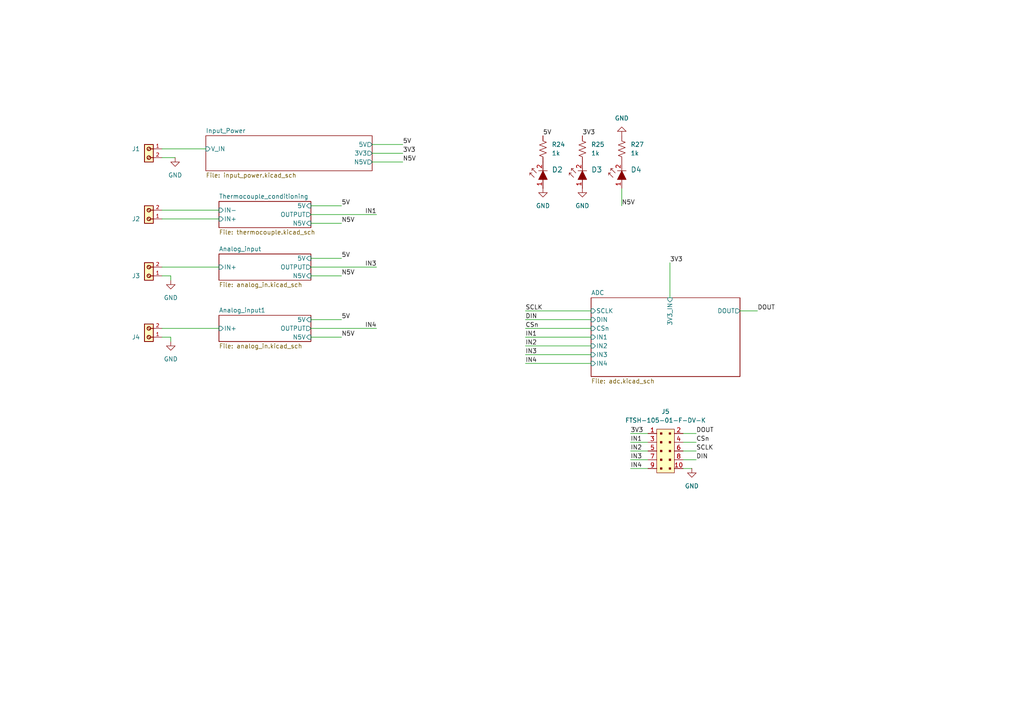
<source format=kicad_sch>
(kicad_sch
	(version 20231120)
	(generator "eeschema")
	(generator_version "8.0")
	(uuid "1df8730d-08fe-45e0-ad7a-188e7e19f35e")
	(paper "A4")
	(lib_symbols
		(symbol "691137710002:691137710002"
			(pin_names
				(offset 1.016)
			)
			(exclude_from_sim no)
			(in_bom yes)
			(on_board yes)
			(property "Reference" "J"
				(at -4.88 -0.922 0)
				(effects
					(font
						(size 1.27 1.27)
					)
					(justify right bottom)
				)
			)
			(property "Value" "691137710002"
				(at 0 0 0)
				(effects
					(font
						(size 1.27 1.27)
					)
					(justify bottom)
					(hide yes)
				)
			)
			(property "Footprint" "691137710002:691137710002"
				(at 0 0 0)
				(effects
					(font
						(size 1.27 1.27)
					)
					(justify bottom)
					(hide yes)
				)
			)
			(property "Datasheet" ""
				(at 0 0 0)
				(effects
					(font
						(size 1.27 1.27)
					)
					(hide yes)
				)
			)
			(property "Description" ""
				(at 0 0 0)
				(effects
					(font
						(size 1.27 1.27)
					)
					(hide yes)
				)
			)
			(property "Check_prices" "https://www.snapeda.com/parts/691137710002/Wurth+Elektronik/view-part/?ref=eda"
				(at 0 0 0)
				(effects
					(font
						(size 1.27 1.27)
					)
					(justify bottom)
					(hide yes)
				)
			)
			(property "WIRE" "12 to 30 (AWG) 3.31 to 0.05 (mm²)"
				(at 0 0 0)
				(effects
					(font
						(size 1.27 1.27)
					)
					(justify bottom)
					(hide yes)
				)
			)
			(property "Description_1" "\n                        \n                            2 Position Wire to Board Terminal Block Horizontal with Board 0.197 (5.00mm) Through Hole\n                        \n"
				(at 0 0 0)
				(effects
					(font
						(size 1.27 1.27)
					)
					(justify bottom)
					(hide yes)
				)
			)
			(property "Package" "None"
				(at 0 0 0)
				(effects
					(font
						(size 1.27 1.27)
					)
					(justify bottom)
					(hide yes)
				)
			)
			(property "MOUNT" "THT"
				(at 0 0 0)
				(effects
					(font
						(size 1.27 1.27)
					)
					(justify bottom)
					(hide yes)
				)
			)
			(property "IR-VDE" "24A"
				(at 0 0 0)
				(effects
					(font
						(size 1.27 1.27)
					)
					(justify bottom)
					(hide yes)
				)
			)
			(property "IR-UL" "16A"
				(at 0 0 0)
				(effects
					(font
						(size 1.27 1.27)
					)
					(justify bottom)
					(hide yes)
				)
			)
			(property "Availability" "In Stock"
				(at 0 0 0)
				(effects
					(font
						(size 1.27 1.27)
					)
					(justify bottom)
					(hide yes)
				)
			)
			(property "WORKING-VOLTAGE-UL" "300V(AC)"
				(at 0 0 0)
				(effects
					(font
						(size 1.27 1.27)
					)
					(justify bottom)
					(hide yes)
				)
			)
			(property "PART-NUMBER" "691137710002"
				(at 0 0 0)
				(effects
					(font
						(size 1.27 1.27)
					)
					(justify bottom)
					(hide yes)
				)
			)
			(property "MF" "Würth Elektronik"
				(at 0 0 0)
				(effects
					(font
						(size 1.27 1.27)
					)
					(justify bottom)
					(hide yes)
				)
			)
			(property "DATASHEET-URL" "https://www.we-online.com/catalog/datasheet/691137710002.pdf"
				(at 0 0 0)
				(effects
					(font
						(size 1.27 1.27)
					)
					(justify bottom)
					(hide yes)
				)
			)
			(property "MP" "691137710002"
				(at 0 0 0)
				(effects
					(font
						(size 1.27 1.27)
					)
					(justify bottom)
					(hide yes)
				)
			)
			(property "PITCH" "5mm"
				(at 0 0 0)
				(effects
					(font
						(size 1.27 1.27)
					)
					(justify bottom)
					(hide yes)
				)
			)
			(property "PINS" "2"
				(at 0 0 0)
				(effects
					(font
						(size 1.27 1.27)
					)
					(justify bottom)
					(hide yes)
				)
			)
			(property "WORKING-VOLTAGE-VDE" "250V(AC)"
				(at 0 0 0)
				(effects
					(font
						(size 1.27 1.27)
					)
					(justify bottom)
					(hide yes)
				)
			)
			(property "TYPE" "Horizontal"
				(at 0 0 0)
				(effects
					(font
						(size 1.27 1.27)
					)
					(justify bottom)
					(hide yes)
				)
			)
			(property "Price" "None"
				(at 0 0 0)
				(effects
					(font
						(size 1.27 1.27)
					)
					(justify bottom)
					(hide yes)
				)
			)
			(property "SnapEDA_Link" "https://www.snapeda.com/parts/691137710002/Wurth+Elektronik/view-part/?ref=snap"
				(at 0 0 0)
				(effects
					(font
						(size 1.27 1.27)
					)
					(justify bottom)
					(hide yes)
				)
			)
			(symbol "691137710002_0_0"
				(rectangle
					(start -3.81 -2.54)
					(end 1.27 0)
					(stroke
						(width 0.254)
						(type default)
					)
					(fill
						(type background)
					)
				)
				(circle
					(center -2.54 -1.27)
					(radius 0.508)
					(stroke
						(width 0.254)
						(type default)
					)
					(fill
						(type none)
					)
				)
				(circle
					(center 0 -1.27)
					(radius 0.508)
					(stroke
						(width 0.254)
						(type default)
					)
					(fill
						(type none)
					)
				)
				(polyline
					(pts
						(xy -2.54 -1.778) (xy -2.54 -2.54)
					)
					(stroke
						(width 0.254)
						(type default)
					)
					(fill
						(type none)
					)
				)
				(polyline
					(pts
						(xy -2.286 -1.016) (xy -2.794 -1.524)
					)
					(stroke
						(width 0.1524)
						(type default)
					)
					(fill
						(type none)
					)
				)
				(polyline
					(pts
						(xy 0 -1.778) (xy 0 -2.54)
					)
					(stroke
						(width 0.254)
						(type default)
					)
					(fill
						(type none)
					)
				)
				(polyline
					(pts
						(xy 0.254 -1.016) (xy -0.254 -1.524)
					)
					(stroke
						(width 0.1524)
						(type default)
					)
					(fill
						(type none)
					)
				)
				(pin passive line
					(at -2.54 -5.08 90)
					(length 2.54)
					(name "~"
						(effects
							(font
								(size 1.016 1.016)
							)
						)
					)
					(number "1"
						(effects
							(font
								(size 1.016 1.016)
							)
						)
					)
				)
				(pin passive line
					(at 0 -5.08 90)
					(length 2.54)
					(name "~"
						(effects
							(font
								(size 1.016 1.016)
							)
						)
					)
					(number "2"
						(effects
							(font
								(size 1.016 1.016)
							)
						)
					)
				)
			)
		)
		(symbol "Device:R_US"
			(pin_numbers hide)
			(pin_names
				(offset 0)
			)
			(exclude_from_sim no)
			(in_bom yes)
			(on_board yes)
			(property "Reference" "R"
				(at 2.54 0 90)
				(effects
					(font
						(size 1.27 1.27)
					)
				)
			)
			(property "Value" "R_US"
				(at -2.54 0 90)
				(effects
					(font
						(size 1.27 1.27)
					)
				)
			)
			(property "Footprint" ""
				(at 1.016 -0.254 90)
				(effects
					(font
						(size 1.27 1.27)
					)
					(hide yes)
				)
			)
			(property "Datasheet" "~"
				(at 0 0 0)
				(effects
					(font
						(size 1.27 1.27)
					)
					(hide yes)
				)
			)
			(property "Description" "Resistor, US symbol"
				(at 0 0 0)
				(effects
					(font
						(size 1.27 1.27)
					)
					(hide yes)
				)
			)
			(property "ki_keywords" "R res resistor"
				(at 0 0 0)
				(effects
					(font
						(size 1.27 1.27)
					)
					(hide yes)
				)
			)
			(property "ki_fp_filters" "R_*"
				(at 0 0 0)
				(effects
					(font
						(size 1.27 1.27)
					)
					(hide yes)
				)
			)
			(symbol "R_US_0_1"
				(polyline
					(pts
						(xy 0 -2.286) (xy 0 -2.54)
					)
					(stroke
						(width 0)
						(type default)
					)
					(fill
						(type none)
					)
				)
				(polyline
					(pts
						(xy 0 2.286) (xy 0 2.54)
					)
					(stroke
						(width 0)
						(type default)
					)
					(fill
						(type none)
					)
				)
				(polyline
					(pts
						(xy 0 -0.762) (xy 1.016 -1.143) (xy 0 -1.524) (xy -1.016 -1.905) (xy 0 -2.286)
					)
					(stroke
						(width 0)
						(type default)
					)
					(fill
						(type none)
					)
				)
				(polyline
					(pts
						(xy 0 0.762) (xy 1.016 0.381) (xy 0 0) (xy -1.016 -0.381) (xy 0 -0.762)
					)
					(stroke
						(width 0)
						(type default)
					)
					(fill
						(type none)
					)
				)
				(polyline
					(pts
						(xy 0 2.286) (xy 1.016 1.905) (xy 0 1.524) (xy -1.016 1.143) (xy 0 0.762)
					)
					(stroke
						(width 0)
						(type default)
					)
					(fill
						(type none)
					)
				)
			)
			(symbol "R_US_1_1"
				(pin passive line
					(at 0 3.81 270)
					(length 1.27)
					(name "~"
						(effects
							(font
								(size 1.27 1.27)
							)
						)
					)
					(number "1"
						(effects
							(font
								(size 1.27 1.27)
							)
						)
					)
				)
				(pin passive line
					(at 0 -3.81 90)
					(length 1.27)
					(name "~"
						(effects
							(font
								(size 1.27 1.27)
							)
						)
					)
					(number "2"
						(effects
							(font
								(size 1.27 1.27)
							)
						)
					)
				)
			)
		)
		(symbol "dk_LED-Indication-Discrete:LG_L29K-G2J1-24-Z"
			(pin_names
				(offset 0)
			)
			(exclude_from_sim no)
			(in_bom yes)
			(on_board yes)
			(property "Reference" "D"
				(at -5.08 3.81 0)
				(effects
					(font
						(size 1.524 1.524)
					)
				)
			)
			(property "Value" "LG_L29K-G2J1-24-Z"
				(at 0 -3.81 0)
				(effects
					(font
						(size 1.524 1.524)
					)
				)
			)
			(property "Footprint" "digikey-footprints:0603"
				(at 5.08 5.08 0)
				(effects
					(font
						(size 1.524 1.524)
					)
					(justify left)
					(hide yes)
				)
			)
			(property "Datasheet" "https://dammedia.osram.info/media/resource/hires/osram-dam-2493945/LG%20L29K.pdf"
				(at 5.08 7.62 0)
				(effects
					(font
						(size 1.524 1.524)
					)
					(justify left)
					(hide yes)
				)
			)
			(property "Description" "LED GREEN DIFFUSED 0603 SMD"
				(at 0 0 0)
				(effects
					(font
						(size 1.27 1.27)
					)
					(hide yes)
				)
			)
			(property "Digi-Key_PN" "475-2709-1-ND"
				(at 5.08 10.16 0)
				(effects
					(font
						(size 1.524 1.524)
					)
					(justify left)
					(hide yes)
				)
			)
			(property "MPN" "LG L29K-G2J1-24-Z"
				(at 5.08 12.7 0)
				(effects
					(font
						(size 1.524 1.524)
					)
					(justify left)
					(hide yes)
				)
			)
			(property "Category" "Optoelectronics"
				(at 5.08 15.24 0)
				(effects
					(font
						(size 1.524 1.524)
					)
					(justify left)
					(hide yes)
				)
			)
			(property "Family" "LED Indication - Discrete"
				(at 5.08 17.78 0)
				(effects
					(font
						(size 1.524 1.524)
					)
					(justify left)
					(hide yes)
				)
			)
			(property "DK_Datasheet_Link" "https://dammedia.osram.info/media/resource/hires/osram-dam-2493945/LG%20L29K.pdf"
				(at 5.08 20.32 0)
				(effects
					(font
						(size 1.524 1.524)
					)
					(justify left)
					(hide yes)
				)
			)
			(property "DK_Detail_Page" "/product-detail/en/osram-opto-semiconductors-inc/LG-L29K-G2J1-24-Z/475-2709-1-ND/1938876"
				(at 5.08 22.86 0)
				(effects
					(font
						(size 1.524 1.524)
					)
					(justify left)
					(hide yes)
				)
			)
			(property "Description_1" "LED GREEN DIFFUSED 0603 SMD"
				(at 5.08 25.4 0)
				(effects
					(font
						(size 1.524 1.524)
					)
					(justify left)
					(hide yes)
				)
			)
			(property "Manufacturer" "OSRAM Opto Semiconductors Inc."
				(at 5.08 27.94 0)
				(effects
					(font
						(size 1.524 1.524)
					)
					(justify left)
					(hide yes)
				)
			)
			(property "Status" "Active"
				(at 5.08 30.48 0)
				(effects
					(font
						(size 1.524 1.524)
					)
					(justify left)
					(hide yes)
				)
			)
			(property "ki_keywords" "475-2709-1-ND SMARTLED® 0603"
				(at 0 0 0)
				(effects
					(font
						(size 1.27 1.27)
					)
					(hide yes)
				)
			)
			(symbol "LG_L29K-G2J1-24-Z_0_1"
				(polyline
					(pts
						(xy -0.635 3.81) (xy -1.905 2.54)
					)
					(stroke
						(width 0)
						(type solid)
					)
					(fill
						(type none)
					)
				)
				(polyline
					(pts
						(xy 0 1.27) (xy 0 -1.27)
					)
					(stroke
						(width 0)
						(type solid)
					)
					(fill
						(type none)
					)
				)
				(polyline
					(pts
						(xy 0.635 3.175) (xy -0.635 1.905)
					)
					(stroke
						(width 0)
						(type solid)
					)
					(fill
						(type none)
					)
				)
				(polyline
					(pts
						(xy -1.27 3.81) (xy -0.635 3.81) (xy -0.635 3.175)
					)
					(stroke
						(width 0)
						(type solid)
					)
					(fill
						(type none)
					)
				)
				(polyline
					(pts
						(xy 0 3.175) (xy 0.635 3.175) (xy 0.635 2.54)
					)
					(stroke
						(width 0)
						(type solid)
					)
					(fill
						(type none)
					)
				)
				(polyline
					(pts
						(xy -2.54 1.27) (xy -2.54 -1.27) (xy 0 0) (xy -2.54 1.27)
					)
					(stroke
						(width 0)
						(type solid)
					)
					(fill
						(type outline)
					)
				)
			)
			(symbol "LG_L29K-G2J1-24-Z_1_1"
				(pin passive line
					(at -5.08 0 0)
					(length 2.54)
					(name "~"
						(effects
							(font
								(size 1.27 1.27)
							)
						)
					)
					(number "1"
						(effects
							(font
								(size 1.27 1.27)
							)
						)
					)
				)
				(pin passive line
					(at 2.54 0 180)
					(length 2.54)
					(name "~"
						(effects
							(font
								(size 1.27 1.27)
							)
						)
					)
					(number "2"
						(effects
							(font
								(size 1.27 1.27)
							)
						)
					)
				)
			)
		)
		(symbol "dk_Rectangular-Connectors-Headers-Male-Pins:FTSH-105-01-F-DV-K"
			(pin_names
				(offset 1.016) hide)
			(exclude_from_sim no)
			(in_bom yes)
			(on_board yes)
			(property "Reference" "J"
				(at -2.54 7.62 0)
				(effects
					(font
						(size 1.27 1.27)
					)
					(justify left)
				)
			)
			(property "Value" "FTSH-105-01-F-DV-K"
				(at 0 -7.62 0)
				(effects
					(font
						(size 1.27 1.27)
					)
				)
			)
			(property "Footprint" "digikey-footprints:PinHeader_2x5_P1.27_SMD"
				(at 5.08 5.08 0)
				(effects
					(font
						(size 1.27 1.27)
					)
					(justify left)
					(hide yes)
				)
			)
			(property "Datasheet" "http://suddendocs.samtec.com/prints/ftsh-1xx-xx-xxx-dv-xxx-xxx-mkt.pdf"
				(at 5.08 7.62 0)
				(effects
					(font
						(size 1.27 1.27)
					)
					(justify left)
					(hide yes)
				)
			)
			(property "Description" "CONN HEADER SMD 10POS 1.27MM"
				(at 0 0 0)
				(effects
					(font
						(size 1.27 1.27)
					)
					(hide yes)
				)
			)
			(property "Digi-Key_PN" "SAM8796-ND"
				(at 5.08 10.16 0)
				(effects
					(font
						(size 1.524 1.524)
					)
					(justify left)
					(hide yes)
				)
			)
			(property "MPN" "FTSH-105-01-F-DV-K"
				(at 5.08 12.7 0)
				(effects
					(font
						(size 1.524 1.524)
					)
					(justify left)
					(hide yes)
				)
			)
			(property "Category" "Connectors, Interconnects"
				(at 5.08 15.24 0)
				(effects
					(font
						(size 1.524 1.524)
					)
					(justify left)
					(hide yes)
				)
			)
			(property "Family" "Rectangular Connectors - Headers, Male Pins"
				(at 5.08 17.78 0)
				(effects
					(font
						(size 1.524 1.524)
					)
					(justify left)
					(hide yes)
				)
			)
			(property "DK_Datasheet_Link" "http://suddendocs.samtec.com/prints/ftsh-1xx-xx-xxx-dv-xxx-xxx-mkt.pdf"
				(at 5.08 20.32 0)
				(effects
					(font
						(size 1.524 1.524)
					)
					(justify left)
					(hide yes)
				)
			)
			(property "DK_Detail_Page" "/product-detail/en/samtec-inc/FTSH-105-01-F-DV-K/SAM8796-ND/2649974"
				(at 5.08 22.86 0)
				(effects
					(font
						(size 1.524 1.524)
					)
					(justify left)
					(hide yes)
				)
			)
			(property "Description_1" "CONN HEADER SMD 10POS 1.27MM"
				(at 5.08 25.4 0)
				(effects
					(font
						(size 1.524 1.524)
					)
					(justify left)
					(hide yes)
				)
			)
			(property "Manufacturer" "Samtec Inc."
				(at 5.08 27.94 0)
				(effects
					(font
						(size 1.524 1.524)
					)
					(justify left)
					(hide yes)
				)
			)
			(property "Status" "Active"
				(at 5.08 30.48 0)
				(effects
					(font
						(size 1.524 1.524)
					)
					(justify left)
					(hide yes)
				)
			)
			(property "ki_keywords" "SAM8796-ND FTSH"
				(at 0 0 0)
				(effects
					(font
						(size 1.27 1.27)
					)
					(hide yes)
				)
			)
			(symbol "FTSH-105-01-F-DV-K_1_1"
				(rectangle
					(start -2.54 6.35)
					(end 2.54 -6.35)
					(stroke
						(width 0)
						(type solid)
					)
					(fill
						(type background)
					)
				)
				(rectangle
					(start -1.524 -4.826)
					(end -1.016 -5.334)
					(stroke
						(width 0)
						(type solid)
					)
					(fill
						(type outline)
					)
				)
				(rectangle
					(start -1.524 -2.286)
					(end -1.016 -2.794)
					(stroke
						(width 0)
						(type solid)
					)
					(fill
						(type outline)
					)
				)
				(rectangle
					(start -1.524 0.254)
					(end -1.016 -0.254)
					(stroke
						(width 0)
						(type solid)
					)
					(fill
						(type outline)
					)
				)
				(rectangle
					(start -1.524 2.794)
					(end -1.016 2.286)
					(stroke
						(width 0)
						(type solid)
					)
					(fill
						(type outline)
					)
				)
				(rectangle
					(start -1.524 5.334)
					(end -1.016 4.826)
					(stroke
						(width 0)
						(type solid)
					)
					(fill
						(type outline)
					)
				)
				(rectangle
					(start 1.016 -4.826)
					(end 1.524 -5.334)
					(stroke
						(width 0)
						(type solid)
					)
					(fill
						(type outline)
					)
				)
				(rectangle
					(start 1.016 -2.286)
					(end 1.524 -2.794)
					(stroke
						(width 0)
						(type solid)
					)
					(fill
						(type outline)
					)
				)
				(rectangle
					(start 1.016 0.254)
					(end 1.524 -0.254)
					(stroke
						(width 0)
						(type solid)
					)
					(fill
						(type outline)
					)
				)
				(rectangle
					(start 1.016 2.794)
					(end 1.524 2.286)
					(stroke
						(width 0)
						(type solid)
					)
					(fill
						(type outline)
					)
				)
				(rectangle
					(start 1.016 5.334)
					(end 1.524 4.826)
					(stroke
						(width 0)
						(type solid)
					)
					(fill
						(type outline)
					)
				)
				(pin passive line
					(at -5.08 5.08 0)
					(length 2.54)
					(name "~"
						(effects
							(font
								(size 1.27 1.27)
							)
						)
					)
					(number "1"
						(effects
							(font
								(size 1.27 1.27)
							)
						)
					)
				)
				(pin passive line
					(at 5.08 -5.08 180)
					(length 2.54)
					(name "~"
						(effects
							(font
								(size 1.27 1.27)
							)
						)
					)
					(number "10"
						(effects
							(font
								(size 1.27 1.27)
							)
						)
					)
				)
				(pin passive line
					(at 5.08 5.08 180)
					(length 2.54)
					(name "~"
						(effects
							(font
								(size 1.27 1.27)
							)
						)
					)
					(number "2"
						(effects
							(font
								(size 1.27 1.27)
							)
						)
					)
				)
				(pin passive line
					(at -5.08 2.54 0)
					(length 2.54)
					(name "~"
						(effects
							(font
								(size 1.27 1.27)
							)
						)
					)
					(number "3"
						(effects
							(font
								(size 1.27 1.27)
							)
						)
					)
				)
				(pin passive line
					(at 5.08 2.54 180)
					(length 2.54)
					(name "~"
						(effects
							(font
								(size 1.27 1.27)
							)
						)
					)
					(number "4"
						(effects
							(font
								(size 1.27 1.27)
							)
						)
					)
				)
				(pin passive line
					(at -5.08 0 0)
					(length 2.54)
					(name "~"
						(effects
							(font
								(size 1.27 1.27)
							)
						)
					)
					(number "5"
						(effects
							(font
								(size 1.27 1.27)
							)
						)
					)
				)
				(pin passive line
					(at 5.08 0 180)
					(length 2.54)
					(name "~"
						(effects
							(font
								(size 1.27 1.27)
							)
						)
					)
					(number "6"
						(effects
							(font
								(size 1.27 1.27)
							)
						)
					)
				)
				(pin passive line
					(at -5.08 -2.54 0)
					(length 2.54)
					(name "~"
						(effects
							(font
								(size 1.27 1.27)
							)
						)
					)
					(number "7"
						(effects
							(font
								(size 1.27 1.27)
							)
						)
					)
				)
				(pin passive line
					(at 5.08 -2.54 180)
					(length 2.54)
					(name "~"
						(effects
							(font
								(size 1.27 1.27)
							)
						)
					)
					(number "8"
						(effects
							(font
								(size 1.27 1.27)
							)
						)
					)
				)
				(pin passive line
					(at -5.08 -5.08 0)
					(length 2.54)
					(name "~"
						(effects
							(font
								(size 1.27 1.27)
							)
						)
					)
					(number "9"
						(effects
							(font
								(size 1.27 1.27)
							)
						)
					)
				)
			)
		)
		(symbol "power:GND"
			(power)
			(pin_numbers hide)
			(pin_names
				(offset 0) hide)
			(exclude_from_sim no)
			(in_bom yes)
			(on_board yes)
			(property "Reference" "#PWR"
				(at 0 -6.35 0)
				(effects
					(font
						(size 1.27 1.27)
					)
					(hide yes)
				)
			)
			(property "Value" "GND"
				(at 0 -3.81 0)
				(effects
					(font
						(size 1.27 1.27)
					)
				)
			)
			(property "Footprint" ""
				(at 0 0 0)
				(effects
					(font
						(size 1.27 1.27)
					)
					(hide yes)
				)
			)
			(property "Datasheet" ""
				(at 0 0 0)
				(effects
					(font
						(size 1.27 1.27)
					)
					(hide yes)
				)
			)
			(property "Description" "Power symbol creates a global label with name \"GND\" , ground"
				(at 0 0 0)
				(effects
					(font
						(size 1.27 1.27)
					)
					(hide yes)
				)
			)
			(property "ki_keywords" "global power"
				(at 0 0 0)
				(effects
					(font
						(size 1.27 1.27)
					)
					(hide yes)
				)
			)
			(symbol "GND_0_1"
				(polyline
					(pts
						(xy 0 0) (xy 0 -1.27) (xy 1.27 -1.27) (xy 0 -2.54) (xy -1.27 -1.27) (xy 0 -1.27)
					)
					(stroke
						(width 0)
						(type default)
					)
					(fill
						(type none)
					)
				)
			)
			(symbol "GND_1_1"
				(pin power_in line
					(at 0 0 270)
					(length 0)
					(name "~"
						(effects
							(font
								(size 1.27 1.27)
							)
						)
					)
					(number "1"
						(effects
							(font
								(size 1.27 1.27)
							)
						)
					)
				)
			)
		)
	)
	(wire
		(pts
			(xy 152.4 92.71) (xy 171.45 92.71)
		)
		(stroke
			(width 0)
			(type default)
		)
		(uuid "01236453-94b2-4e07-a6cd-4f470c6a242b")
	)
	(wire
		(pts
			(xy 109.22 62.23) (xy 90.17 62.23)
		)
		(stroke
			(width 0)
			(type default)
		)
		(uuid "06572a55-77d5-4b25-9244-aae6e60c4490")
	)
	(wire
		(pts
			(xy 198.12 130.81) (xy 201.93 130.81)
		)
		(stroke
			(width 0)
			(type default)
		)
		(uuid "07ab37fd-0889-4acb-9caa-014755f9fc72")
	)
	(wire
		(pts
			(xy 180.34 59.69) (xy 180.34 54.61)
		)
		(stroke
			(width 0)
			(type default)
		)
		(uuid "0a853311-79a6-4561-b419-65816302b1ba")
	)
	(wire
		(pts
			(xy 46.99 77.47) (xy 63.5 77.47)
		)
		(stroke
			(width 0)
			(type default)
		)
		(uuid "134e6f4f-ad46-4ac5-aee7-989787b6cd4e")
	)
	(wire
		(pts
			(xy 182.88 133.35) (xy 187.96 133.35)
		)
		(stroke
			(width 0)
			(type default)
		)
		(uuid "13e52098-b44f-4adb-9cff-4cef79240803")
	)
	(wire
		(pts
			(xy 152.4 90.17) (xy 171.45 90.17)
		)
		(stroke
			(width 0)
			(type default)
		)
		(uuid "16e73e2d-12e7-42b4-9ad0-61a59cbf81d7")
	)
	(wire
		(pts
			(xy 201.93 128.27) (xy 198.12 128.27)
		)
		(stroke
			(width 0)
			(type default)
		)
		(uuid "206b7120-9035-46f9-9221-56b3e9272a56")
	)
	(wire
		(pts
			(xy 152.4 105.41) (xy 171.45 105.41)
		)
		(stroke
			(width 0)
			(type default)
		)
		(uuid "2417b82d-5563-449d-8f05-94a055edaaa9")
	)
	(wire
		(pts
			(xy 49.53 97.79) (xy 49.53 99.06)
		)
		(stroke
			(width 0)
			(type default)
		)
		(uuid "35a39b78-5e18-446f-a5a6-013a19535dc2")
	)
	(wire
		(pts
			(xy 194.31 76.2) (xy 194.31 86.36)
		)
		(stroke
			(width 0)
			(type default)
		)
		(uuid "4133954d-837d-40b7-9ab8-9333a7e8b1d7")
	)
	(wire
		(pts
			(xy 152.4 100.33) (xy 171.45 100.33)
		)
		(stroke
			(width 0)
			(type default)
		)
		(uuid "45e202ee-7eab-4cc7-9cd9-300c59e1028e")
	)
	(wire
		(pts
			(xy 152.4 97.79) (xy 171.45 97.79)
		)
		(stroke
			(width 0)
			(type default)
		)
		(uuid "54f6b86e-a1e0-4221-96b9-7999bfe970c8")
	)
	(wire
		(pts
			(xy 90.17 59.69) (xy 99.06 59.69)
		)
		(stroke
			(width 0)
			(type default)
		)
		(uuid "60f38eaf-5c34-4f3b-9abd-7123befa5641")
	)
	(wire
		(pts
			(xy 46.99 80.01) (xy 49.53 80.01)
		)
		(stroke
			(width 0)
			(type default)
		)
		(uuid "623df20e-1804-4638-be68-5154e1e56198")
	)
	(wire
		(pts
			(xy 90.17 80.01) (xy 99.06 80.01)
		)
		(stroke
			(width 0)
			(type default)
		)
		(uuid "659d85b1-93a9-40cb-a87c-35ec3508ae76")
	)
	(wire
		(pts
			(xy 90.17 97.79) (xy 99.06 97.79)
		)
		(stroke
			(width 0)
			(type default)
		)
		(uuid "68e42f01-71aa-4674-b01f-ecdf312eeb55")
	)
	(wire
		(pts
			(xy 63.5 63.5) (xy 46.99 63.5)
		)
		(stroke
			(width 0)
			(type default)
		)
		(uuid "6c47cd92-a304-4fc4-b708-34cd2d4b17b6")
	)
	(wire
		(pts
			(xy 46.99 45.72) (xy 50.8 45.72)
		)
		(stroke
			(width 0)
			(type default)
		)
		(uuid "6dc4cb91-17e9-4922-be90-73f797509d8d")
	)
	(wire
		(pts
			(xy 46.99 43.18) (xy 59.69 43.18)
		)
		(stroke
			(width 0)
			(type default)
		)
		(uuid "70136340-c9a0-4d26-8761-672f45689262")
	)
	(wire
		(pts
			(xy 214.63 90.17) (xy 219.71 90.17)
		)
		(stroke
			(width 0)
			(type default)
		)
		(uuid "702d4fcd-9171-4f12-8227-220b959d3a93")
	)
	(wire
		(pts
			(xy 198.12 135.89) (xy 200.66 135.89)
		)
		(stroke
			(width 0)
			(type default)
		)
		(uuid "808f3b1d-9014-4ab9-96ab-42440406a16e")
	)
	(wire
		(pts
			(xy 152.4 95.25) (xy 171.45 95.25)
		)
		(stroke
			(width 0)
			(type default)
		)
		(uuid "82f2055f-e001-47d3-88e4-760d11c8b6d2")
	)
	(wire
		(pts
			(xy 90.17 74.93) (xy 99.06 74.93)
		)
		(stroke
			(width 0)
			(type default)
		)
		(uuid "84533de1-8559-4905-9628-58cdee44bd97")
	)
	(wire
		(pts
			(xy 90.17 64.77) (xy 99.06 64.77)
		)
		(stroke
			(width 0)
			(type default)
		)
		(uuid "8ff61cc7-de53-4b98-80e7-85da2eb80d0b")
	)
	(wire
		(pts
			(xy 152.4 102.87) (xy 171.45 102.87)
		)
		(stroke
			(width 0)
			(type default)
		)
		(uuid "9296e08f-b5fe-488f-8606-5bc1013815ae")
	)
	(wire
		(pts
			(xy 182.88 128.27) (xy 187.96 128.27)
		)
		(stroke
			(width 0)
			(type default)
		)
		(uuid "9716b3ea-85ad-4881-b2f2-c2d1153c945e")
	)
	(wire
		(pts
			(xy 107.95 44.45) (xy 116.84 44.45)
		)
		(stroke
			(width 0)
			(type default)
		)
		(uuid "9dc92ea5-750b-4822-bfee-56b077a3b4f9")
	)
	(wire
		(pts
			(xy 63.5 60.96) (xy 46.99 60.96)
		)
		(stroke
			(width 0)
			(type default)
		)
		(uuid "a4cda6c1-b39e-48bb-a189-11a9ea42bfda")
	)
	(wire
		(pts
			(xy 182.88 130.81) (xy 187.96 130.81)
		)
		(stroke
			(width 0)
			(type default)
		)
		(uuid "a58d7855-e162-417c-81f7-530c3c19198e")
	)
	(wire
		(pts
			(xy 49.53 80.01) (xy 49.53 81.28)
		)
		(stroke
			(width 0)
			(type default)
		)
		(uuid "ac3a06ff-7004-4bf9-8b39-db406ebbaa30")
	)
	(wire
		(pts
			(xy 182.88 125.73) (xy 187.96 125.73)
		)
		(stroke
			(width 0)
			(type default)
		)
		(uuid "ac825ebb-8243-407c-a0ef-a4fe90ddd69a")
	)
	(wire
		(pts
			(xy 201.93 125.73) (xy 198.12 125.73)
		)
		(stroke
			(width 0)
			(type default)
		)
		(uuid "b430764a-57b5-4cf4-8b5e-1b339cf85b63")
	)
	(wire
		(pts
			(xy 109.22 95.25) (xy 90.17 95.25)
		)
		(stroke
			(width 0)
			(type default)
		)
		(uuid "bcd01c5f-6be6-43b3-b178-c59b872baf9d")
	)
	(wire
		(pts
			(xy 46.99 97.79) (xy 49.53 97.79)
		)
		(stroke
			(width 0)
			(type default)
		)
		(uuid "d2ab90ee-1bb3-4ac8-836a-a96fe275151f")
	)
	(wire
		(pts
			(xy 107.95 41.91) (xy 116.84 41.91)
		)
		(stroke
			(width 0)
			(type default)
		)
		(uuid "d56836b8-2747-466c-b468-852c43815788")
	)
	(wire
		(pts
			(xy 109.22 77.47) (xy 90.17 77.47)
		)
		(stroke
			(width 0)
			(type default)
		)
		(uuid "d77b952b-1fd5-4581-843f-ce6119cd257d")
	)
	(wire
		(pts
			(xy 90.17 92.71) (xy 99.06 92.71)
		)
		(stroke
			(width 0)
			(type default)
		)
		(uuid "e3b8232d-122e-4c67-8f1b-3ba143058863")
	)
	(wire
		(pts
			(xy 107.95 46.99) (xy 116.84 46.99)
		)
		(stroke
			(width 0)
			(type default)
		)
		(uuid "e4b3fd02-8c6a-4fcb-aa41-922b46bb11c7")
	)
	(wire
		(pts
			(xy 198.12 133.35) (xy 201.93 133.35)
		)
		(stroke
			(width 0)
			(type default)
		)
		(uuid "e71044ae-3307-45ce-8012-911df37f5433")
	)
	(wire
		(pts
			(xy 46.99 95.25) (xy 63.5 95.25)
		)
		(stroke
			(width 0)
			(type default)
		)
		(uuid "f218469f-4fcb-4a9f-801a-1c8dc785c178")
	)
	(wire
		(pts
			(xy 182.88 135.89) (xy 187.96 135.89)
		)
		(stroke
			(width 0)
			(type default)
		)
		(uuid "f3524f74-3f87-4215-9710-b4ab6fca1bfa")
	)
	(label "DIN"
		(at 201.93 133.35 0)
		(fields_autoplaced yes)
		(effects
			(font
				(size 1.27 1.27)
			)
			(justify left bottom)
		)
		(uuid "0134ef9f-8c16-4f20-a049-a32d6345cc63")
	)
	(label "CSn"
		(at 152.4 95.25 0)
		(fields_autoplaced yes)
		(effects
			(font
				(size 1.27 1.27)
			)
			(justify left bottom)
		)
		(uuid "0fcb33be-7306-46f3-920c-6a1312c7cae6")
	)
	(label "5V"
		(at 157.48 39.37 0)
		(fields_autoplaced yes)
		(effects
			(font
				(size 1.27 1.27)
			)
			(justify left bottom)
		)
		(uuid "1115c13f-5032-4cf9-ad88-0f6d07f1f44a")
	)
	(label "IN4"
		(at 109.22 95.25 180)
		(fields_autoplaced yes)
		(effects
			(font
				(size 1.27 1.27)
			)
			(justify right bottom)
		)
		(uuid "154ce21c-5325-4587-98ec-16b2503ccc5f")
	)
	(label "IN2"
		(at 182.88 130.81 0)
		(fields_autoplaced yes)
		(effects
			(font
				(size 1.27 1.27)
			)
			(justify left bottom)
		)
		(uuid "193b1ed0-3aed-455e-bf25-8eec7db8495e")
	)
	(label "IN3"
		(at 109.22 77.47 180)
		(fields_autoplaced yes)
		(effects
			(font
				(size 1.27 1.27)
			)
			(justify right bottom)
		)
		(uuid "193f3c90-4916-457b-bf53-58369384bb4f")
	)
	(label "DOUT"
		(at 219.71 90.17 0)
		(fields_autoplaced yes)
		(effects
			(font
				(size 1.27 1.27)
			)
			(justify left bottom)
		)
		(uuid "212ac49d-05b7-41ab-8d36-7de9ab877b59")
	)
	(label "3V3"
		(at 182.88 125.73 0)
		(fields_autoplaced yes)
		(effects
			(font
				(size 1.27 1.27)
			)
			(justify left bottom)
		)
		(uuid "22f2b733-a1c4-4e8d-b462-50ac10191b24")
	)
	(label "IN4"
		(at 182.88 135.89 0)
		(fields_autoplaced yes)
		(effects
			(font
				(size 1.27 1.27)
			)
			(justify left bottom)
		)
		(uuid "2fe233b0-aca4-41af-80d3-384d8e727b95")
	)
	(label "N5V"
		(at 116.84 46.99 0)
		(fields_autoplaced yes)
		(effects
			(font
				(size 1.27 1.27)
			)
			(justify left bottom)
		)
		(uuid "3210e4bd-2d76-4219-b350-7d7bec0a0ae2")
	)
	(label "3V3"
		(at 116.84 44.45 0)
		(fields_autoplaced yes)
		(effects
			(font
				(size 1.27 1.27)
			)
			(justify left bottom)
		)
		(uuid "332e390f-0198-4a66-b903-0a68f2a78a0e")
	)
	(label "N5V"
		(at 99.06 97.79 0)
		(fields_autoplaced yes)
		(effects
			(font
				(size 1.27 1.27)
			)
			(justify left bottom)
		)
		(uuid "3a548faf-9c16-47fb-8493-85cf1867c14b")
	)
	(label "5V"
		(at 116.84 41.91 0)
		(fields_autoplaced yes)
		(effects
			(font
				(size 1.27 1.27)
			)
			(justify left bottom)
		)
		(uuid "42a933c3-0dda-4cf5-af1d-76457d18a0db")
	)
	(label "CSn"
		(at 201.93 128.27 0)
		(fields_autoplaced yes)
		(effects
			(font
				(size 1.27 1.27)
			)
			(justify left bottom)
		)
		(uuid "4347e9ba-774b-42b5-a4a1-cb94dc17a7cd")
	)
	(label "IN3"
		(at 182.88 133.35 0)
		(fields_autoplaced yes)
		(effects
			(font
				(size 1.27 1.27)
			)
			(justify left bottom)
		)
		(uuid "514bd571-012a-47b3-8dfd-0b3f703f4a82")
	)
	(label "5V"
		(at 99.06 92.71 0)
		(fields_autoplaced yes)
		(effects
			(font
				(size 1.27 1.27)
			)
			(justify left bottom)
		)
		(uuid "5674a987-4961-4ff5-9a47-ad1a44d58fab")
	)
	(label "5V"
		(at 99.06 59.69 0)
		(fields_autoplaced yes)
		(effects
			(font
				(size 1.27 1.27)
			)
			(justify left bottom)
		)
		(uuid "6ff7e406-6f9c-4111-aba0-0dd978ca70f6")
	)
	(label "3V3"
		(at 168.91 39.37 0)
		(fields_autoplaced yes)
		(effects
			(font
				(size 1.27 1.27)
			)
			(justify left bottom)
		)
		(uuid "7521b8ac-69b6-47d4-9b2a-d3158612b618")
	)
	(label "IN1"
		(at 182.88 128.27 0)
		(fields_autoplaced yes)
		(effects
			(font
				(size 1.27 1.27)
			)
			(justify left bottom)
		)
		(uuid "9628516d-1189-4195-91f5-ed924bef3b88")
	)
	(label "N5V"
		(at 180.34 59.69 0)
		(fields_autoplaced yes)
		(effects
			(font
				(size 1.27 1.27)
			)
			(justify left bottom)
		)
		(uuid "9f9f7278-5f07-49d2-ac52-9a3a7a92b197")
	)
	(label "N5V"
		(at 99.06 64.77 0)
		(fields_autoplaced yes)
		(effects
			(font
				(size 1.27 1.27)
			)
			(justify left bottom)
		)
		(uuid "ae88bc23-bfb4-4f72-a910-04df53d0f19d")
	)
	(label "5V"
		(at 99.06 74.93 0)
		(fields_autoplaced yes)
		(effects
			(font
				(size 1.27 1.27)
			)
			(justify left bottom)
		)
		(uuid "b67ed2b5-5b54-4f16-9732-b53b2367c5a3")
	)
	(label "N5V"
		(at 99.06 80.01 0)
		(fields_autoplaced yes)
		(effects
			(font
				(size 1.27 1.27)
			)
			(justify left bottom)
		)
		(uuid "c556fb60-1285-43ef-84ea-791001ba5304")
	)
	(label "SCLK"
		(at 152.4 90.17 0)
		(fields_autoplaced yes)
		(effects
			(font
				(size 1.27 1.27)
			)
			(justify left bottom)
		)
		(uuid "cc35d425-004d-4908-8cc3-a3b25fa2db0f")
	)
	(label "IN2"
		(at 152.4 100.33 0)
		(fields_autoplaced yes)
		(effects
			(font
				(size 1.27 1.27)
			)
			(justify left bottom)
		)
		(uuid "cd84263e-51aa-4b2e-bd3b-de650da095c1")
	)
	(label "IN3"
		(at 152.4 102.87 0)
		(fields_autoplaced yes)
		(effects
			(font
				(size 1.27 1.27)
			)
			(justify left bottom)
		)
		(uuid "d2a448aa-3474-465a-99c9-416aca3d2eac")
	)
	(label "DIN"
		(at 152.4 92.71 0)
		(fields_autoplaced yes)
		(effects
			(font
				(size 1.27 1.27)
			)
			(justify left bottom)
		)
		(uuid "d7d7329c-28eb-4b4e-98b8-e92059f051a3")
	)
	(label "IN1"
		(at 152.4 97.79 0)
		(fields_autoplaced yes)
		(effects
			(font
				(size 1.27 1.27)
			)
			(justify left bottom)
		)
		(uuid "da97e604-95be-49b4-af5a-7eee54ce4be3")
	)
	(label "DOUT"
		(at 201.93 125.73 0)
		(fields_autoplaced yes)
		(effects
			(font
				(size 1.27 1.27)
			)
			(justify left bottom)
		)
		(uuid "e1a4016d-2bc5-4114-b53b-f69554f689b9")
	)
	(label "3V3"
		(at 194.31 76.2 0)
		(fields_autoplaced yes)
		(effects
			(font
				(size 1.27 1.27)
			)
			(justify left bottom)
		)
		(uuid "e1ec6bfc-f32f-491c-9be3-5d094359d5e5")
	)
	(label "SCLK"
		(at 201.93 130.81 0)
		(fields_autoplaced yes)
		(effects
			(font
				(size 1.27 1.27)
			)
			(justify left bottom)
		)
		(uuid "e3079b0d-9679-429e-85a2-31fd30d883e9")
	)
	(label "IN4"
		(at 152.4 105.41 0)
		(fields_autoplaced yes)
		(effects
			(font
				(size 1.27 1.27)
			)
			(justify left bottom)
		)
		(uuid "eb55ee62-4936-42c7-abab-cbe91e83d1e1")
	)
	(label "IN1"
		(at 109.22 62.23 180)
		(fields_autoplaced yes)
		(effects
			(font
				(size 1.27 1.27)
			)
			(justify right bottom)
		)
		(uuid "ebdd1c7a-a7ed-4cef-a51b-a59c2c2f7ae2")
	)
	(symbol
		(lib_id "dk_LED-Indication-Discrete:LG_L29K-G2J1-24-Z")
		(at 168.91 49.53 90)
		(unit 1)
		(exclude_from_sim no)
		(in_bom yes)
		(on_board yes)
		(dnp no)
		(fields_autoplaced yes)
		(uuid "13d40270-d50a-43cb-a05d-55ff57db4517")
		(property "Reference" "D3"
			(at 171.45 49.2124 90)
			(effects
				(font
					(size 1.524 1.524)
				)
				(justify right)
			)
		)
		(property "Value" "LG_L29K-G2J1-24-Z"
			(at 171.45 51.7524 90)
			(effects
				(font
					(size 1.524 1.524)
				)
				(justify right)
				(hide yes)
			)
		)
		(property "Footprint" "digikey-footprints:0603"
			(at 163.83 44.45 0)
			(effects
				(font
					(size 1.524 1.524)
				)
				(justify left)
				(hide yes)
			)
		)
		(property "Datasheet" "https://dammedia.osram.info/media/resource/hires/osram-dam-2493945/LG%20L29K.pdf"
			(at 161.29 44.45 0)
			(effects
				(font
					(size 1.524 1.524)
				)
				(justify left)
				(hide yes)
			)
		)
		(property "Description" "LED GREEN DIFFUSED 0603 SMD"
			(at 168.91 49.53 0)
			(effects
				(font
					(size 1.27 1.27)
				)
				(hide yes)
			)
		)
		(property "Digi-Key_PN" "475-2709-1-ND"
			(at 158.75 44.45 0)
			(effects
				(font
					(size 1.524 1.524)
				)
				(justify left)
				(hide yes)
			)
		)
		(property "MPN" "LG L29K-G2J1-24-Z"
			(at 156.21 44.45 0)
			(effects
				(font
					(size 1.524 1.524)
				)
				(justify left)
				(hide yes)
			)
		)
		(property "Category" "Optoelectronics"
			(at 153.67 44.45 0)
			(effects
				(font
					(size 1.524 1.524)
				)
				(justify left)
				(hide yes)
			)
		)
		(property "Family" "LED Indication - Discrete"
			(at 151.13 44.45 0)
			(effects
				(font
					(size 1.524 1.524)
				)
				(justify left)
				(hide yes)
			)
		)
		(property "DK_Datasheet_Link" "https://dammedia.osram.info/media/resource/hires/osram-dam-2493945/LG%20L29K.pdf"
			(at 148.59 44.45 0)
			(effects
				(font
					(size 1.524 1.524)
				)
				(justify left)
				(hide yes)
			)
		)
		(property "DK_Detail_Page" "/product-detail/en/osram-opto-semiconductors-inc/LG-L29K-G2J1-24-Z/475-2709-1-ND/1938876"
			(at 146.05 44.45 0)
			(effects
				(font
					(size 1.524 1.524)
				)
				(justify left)
				(hide yes)
			)
		)
		(property "Description_1" "LED GREEN DIFFUSED 0603 SMD"
			(at 143.51 44.45 0)
			(effects
				(font
					(size 1.524 1.524)
				)
				(justify left)
				(hide yes)
			)
		)
		(property "Manufacturer" "OSRAM Opto Semiconductors Inc."
			(at 140.97 44.45 0)
			(effects
				(font
					(size 1.524 1.524)
				)
				(justify left)
				(hide yes)
			)
		)
		(property "Status" "Active"
			(at 138.43 44.45 0)
			(effects
				(font
					(size 1.524 1.524)
				)
				(justify left)
				(hide yes)
			)
		)
		(pin "1"
			(uuid "449ccd3f-d46f-4b98-bcef-4f10d110d4a4")
		)
		(pin "2"
			(uuid "a7a3becd-b041-42d8-a24a-36408d26ccd8")
		)
		(instances
			(project "CAN_adc"
				(path "/1df8730d-08fe-45e0-ad7a-188e7e19f35e"
					(reference "D3")
					(unit 1)
				)
			)
		)
	)
	(symbol
		(lib_id "Device:R_US")
		(at 180.34 43.18 0)
		(unit 1)
		(exclude_from_sim no)
		(in_bom yes)
		(on_board yes)
		(dnp no)
		(fields_autoplaced yes)
		(uuid "39782365-c5b3-4579-9725-747f3d8fbf6f")
		(property "Reference" "R27"
			(at 182.88 41.9099 0)
			(effects
				(font
					(size 1.27 1.27)
				)
				(justify left)
			)
		)
		(property "Value" "1k"
			(at 182.88 44.4499 0)
			(effects
				(font
					(size 1.27 1.27)
				)
				(justify left)
			)
		)
		(property "Footprint" "Resistor_SMD:R_0603_1608Metric"
			(at 181.356 43.434 90)
			(effects
				(font
					(size 1.27 1.27)
				)
				(hide yes)
			)
		)
		(property "Datasheet" "~"
			(at 180.34 43.18 0)
			(effects
				(font
					(size 1.27 1.27)
				)
				(hide yes)
			)
		)
		(property "Description" "Resistor, 1k ohm, 0603"
			(at 180.34 43.18 0)
			(effects
				(font
					(size 1.27 1.27)
				)
				(hide yes)
			)
		)
		(property "Part Number" "https://www.digikey.com/en/products/detail/yageo/RC0603FR-071KL/726843"
			(at 180.34 43.18 90)
			(effects
				(font
					(size 1.27 1.27)
				)
				(hide yes)
			)
		)
		(pin "2"
			(uuid "85c6bf38-766b-4c28-a86e-61e55dda3bd6")
		)
		(pin "1"
			(uuid "8d5846e4-e6c3-4b86-80a5-6435f8b0ce5a")
		)
		(instances
			(project "CAN_adc"
				(path "/1df8730d-08fe-45e0-ad7a-188e7e19f35e"
					(reference "R27")
					(unit 1)
				)
			)
		)
	)
	(symbol
		(lib_id "power:GND")
		(at 180.34 39.37 180)
		(unit 1)
		(exclude_from_sim no)
		(in_bom yes)
		(on_board yes)
		(dnp no)
		(fields_autoplaced yes)
		(uuid "4a0e9d38-3094-4c18-9206-55417e94c096")
		(property "Reference" "#PWR036"
			(at 180.34 33.02 0)
			(effects
				(font
					(size 1.27 1.27)
				)
				(hide yes)
			)
		)
		(property "Value" "GND"
			(at 180.34 34.29 0)
			(effects
				(font
					(size 1.27 1.27)
				)
			)
		)
		(property "Footprint" ""
			(at 180.34 39.37 0)
			(effects
				(font
					(size 1.27 1.27)
				)
				(hide yes)
			)
		)
		(property "Datasheet" ""
			(at 180.34 39.37 0)
			(effects
				(font
					(size 1.27 1.27)
				)
				(hide yes)
			)
		)
		(property "Description" "Power symbol creates a global label with name \"GND\" , ground"
			(at 180.34 39.37 0)
			(effects
				(font
					(size 1.27 1.27)
				)
				(hide yes)
			)
		)
		(pin "1"
			(uuid "a1cb7116-84a4-4584-8e43-c693134fbef0")
		)
		(instances
			(project "CAN_adc"
				(path "/1df8730d-08fe-45e0-ad7a-188e7e19f35e"
					(reference "#PWR036")
					(unit 1)
				)
			)
		)
	)
	(symbol
		(lib_id "691137710002:691137710002")
		(at 41.91 77.47 90)
		(unit 1)
		(exclude_from_sim no)
		(in_bom yes)
		(on_board yes)
		(dnp no)
		(uuid "621fbfc6-9e1b-4378-a36d-bfaa88bdb385")
		(property "Reference" "J3"
			(at 40.64 80.0101 90)
			(effects
				(font
					(size 1.27 1.27)
				)
				(justify left)
			)
		)
		(property "Value" "691137710002"
			(at 40.64 77.4701 90)
			(effects
				(font
					(size 1.27 1.27)
				)
				(justify left)
				(hide yes)
			)
		)
		(property "Footprint" "691137710002:691137710002"
			(at 41.91 77.47 0)
			(effects
				(font
					(size 1.27 1.27)
				)
				(justify bottom)
				(hide yes)
			)
		)
		(property "Datasheet" ""
			(at 41.91 77.47 0)
			(effects
				(font
					(size 1.27 1.27)
				)
				(hide yes)
			)
		)
		(property "Description" ""
			(at 41.91 77.47 0)
			(effects
				(font
					(size 1.27 1.27)
				)
				(hide yes)
			)
		)
		(property "Check_prices" "https://www.snapeda.com/parts/691137710002/Wurth+Elektronik/view-part/?ref=eda"
			(at 41.91 77.47 0)
			(effects
				(font
					(size 1.27 1.27)
				)
				(justify bottom)
				(hide yes)
			)
		)
		(property "WIRE" "12 to 30 (AWG) 3.31 to 0.05 (mm²)"
			(at 41.91 77.47 0)
			(effects
				(font
					(size 1.27 1.27)
				)
				(justify bottom)
				(hide yes)
			)
		)
		(property "Description_1" "\n                        \n                            2 Position Wire to Board Terminal Block Horizontal with Board 0.197 (5.00mm) Through Hole\n                        \n"
			(at 41.91 77.47 0)
			(effects
				(font
					(size 1.27 1.27)
				)
				(justify bottom)
				(hide yes)
			)
		)
		(property "Package" "None"
			(at 41.91 77.47 0)
			(effects
				(font
					(size 1.27 1.27)
				)
				(justify bottom)
				(hide yes)
			)
		)
		(property "MOUNT" "THT"
			(at 41.91 77.47 0)
			(effects
				(font
					(size 1.27 1.27)
				)
				(justify bottom)
				(hide yes)
			)
		)
		(property "IR-VDE" "24A"
			(at 41.91 77.47 0)
			(effects
				(font
					(size 1.27 1.27)
				)
				(justify bottom)
				(hide yes)
			)
		)
		(property "IR-UL" "16A"
			(at 41.91 77.47 0)
			(effects
				(font
					(size 1.27 1.27)
				)
				(justify bottom)
				(hide yes)
			)
		)
		(property "VALUE" "691137710002"
			(at 41.91 77.47 0)
			(effects
				(font
					(size 1.27 1.27)
				)
				(justify bottom)
				(hide yes)
			)
		)
		(property "Availability" "In Stock"
			(at 41.91 77.47 0)
			(effects
				(font
					(size 1.27 1.27)
				)
				(justify bottom)
				(hide yes)
			)
		)
		(property "WORKING-VOLTAGE-UL" "300V(AC)"
			(at 41.91 77.47 0)
			(effects
				(font
					(size 1.27 1.27)
				)
				(justify bottom)
				(hide yes)
			)
		)
		(property "PART-NUMBER" "691137710002"
			(at 41.91 77.47 0)
			(effects
				(font
					(size 1.27 1.27)
				)
				(justify bottom)
				(hide yes)
			)
		)
		(property "MF" "Würth Elektronik"
			(at 41.91 77.47 0)
			(effects
				(font
					(size 1.27 1.27)
				)
				(justify bottom)
				(hide yes)
			)
		)
		(property "DATASHEET-URL" "https://www.we-online.com/catalog/datasheet/691137710002.pdf"
			(at 41.91 77.47 0)
			(effects
				(font
					(size 1.27 1.27)
				)
				(justify bottom)
				(hide yes)
			)
		)
		(property "MP" "691137710002"
			(at 41.91 77.47 0)
			(effects
				(font
					(size 1.27 1.27)
				)
				(justify bottom)
				(hide yes)
			)
		)
		(property "PITCH" "5mm"
			(at 41.91 77.47 0)
			(effects
				(font
					(size 1.27 1.27)
				)
				(justify bottom)
				(hide yes)
			)
		)
		(property "PINS" "2"
			(at 41.91 77.47 0)
			(effects
				(font
					(size 1.27 1.27)
				)
				(justify bottom)
				(hide yes)
			)
		)
		(property "WORKING-VOLTAGE-VDE" "250V(AC)"
			(at 41.91 77.47 0)
			(effects
				(font
					(size 1.27 1.27)
				)
				(justify bottom)
				(hide yes)
			)
		)
		(property "TYPE" "Horizontal"
			(at 41.91 77.47 0)
			(effects
				(font
					(size 1.27 1.27)
				)
				(justify bottom)
				(hide yes)
			)
		)
		(property "Price" "None"
			(at 41.91 77.47 0)
			(effects
				(font
					(size 1.27 1.27)
				)
				(justify bottom)
				(hide yes)
			)
		)
		(property "SnapEDA_Link" "https://www.snapeda.com/parts/691137710002/Wurth+Elektronik/view-part/?ref=snap"
			(at 41.91 77.47 0)
			(effects
				(font
					(size 1.27 1.27)
				)
				(justify bottom)
				(hide yes)
			)
		)
		(pin "1"
			(uuid "96de4323-6115-438b-abb0-ac490b2084ce")
		)
		(pin "2"
			(uuid "9deebb80-cfd0-4abc-a732-9caa760713bf")
		)
		(instances
			(project "CAN_adc"
				(path "/1df8730d-08fe-45e0-ad7a-188e7e19f35e"
					(reference "J3")
					(unit 1)
				)
			)
		)
	)
	(symbol
		(lib_id "power:GND")
		(at 49.53 81.28 0)
		(unit 1)
		(exclude_from_sim no)
		(in_bom yes)
		(on_board yes)
		(dnp no)
		(fields_autoplaced yes)
		(uuid "63164e4c-deca-4dd4-96b1-5153ba823625")
		(property "Reference" "#PWR023"
			(at 49.53 87.63 0)
			(effects
				(font
					(size 1.27 1.27)
				)
				(hide yes)
			)
		)
		(property "Value" "GND"
			(at 49.53 86.36 0)
			(effects
				(font
					(size 1.27 1.27)
				)
			)
		)
		(property "Footprint" ""
			(at 49.53 81.28 0)
			(effects
				(font
					(size 1.27 1.27)
				)
				(hide yes)
			)
		)
		(property "Datasheet" ""
			(at 49.53 81.28 0)
			(effects
				(font
					(size 1.27 1.27)
				)
				(hide yes)
			)
		)
		(property "Description" "Power symbol creates a global label with name \"GND\" , ground"
			(at 49.53 81.28 0)
			(effects
				(font
					(size 1.27 1.27)
				)
				(hide yes)
			)
		)
		(pin "1"
			(uuid "4fc6b76e-d403-4afe-8b80-9e388570016c")
		)
		(instances
			(project "CAN_adc"
				(path "/1df8730d-08fe-45e0-ad7a-188e7e19f35e"
					(reference "#PWR023")
					(unit 1)
				)
			)
		)
	)
	(symbol
		(lib_id "Device:R_US")
		(at 157.48 43.18 0)
		(unit 1)
		(exclude_from_sim no)
		(in_bom yes)
		(on_board yes)
		(dnp no)
		(fields_autoplaced yes)
		(uuid "63db12f1-e9ac-44bb-a658-f4c67dddfeec")
		(property "Reference" "R24"
			(at 160.02 41.9099 0)
			(effects
				(font
					(size 1.27 1.27)
				)
				(justify left)
			)
		)
		(property "Value" "1k"
			(at 160.02 44.4499 0)
			(effects
				(font
					(size 1.27 1.27)
				)
				(justify left)
			)
		)
		(property "Footprint" "Resistor_SMD:R_0603_1608Metric"
			(at 158.496 43.434 90)
			(effects
				(font
					(size 1.27 1.27)
				)
				(hide yes)
			)
		)
		(property "Datasheet" "~"
			(at 157.48 43.18 0)
			(effects
				(font
					(size 1.27 1.27)
				)
				(hide yes)
			)
		)
		(property "Description" "Resistor, 1k ohm, 0603"
			(at 157.48 43.18 0)
			(effects
				(font
					(size 1.27 1.27)
				)
				(hide yes)
			)
		)
		(property "Part Number" "https://www.digikey.com/en/products/detail/yageo/RC0603FR-071KL/726843"
			(at 157.48 43.18 90)
			(effects
				(font
					(size 1.27 1.27)
				)
				(hide yes)
			)
		)
		(pin "2"
			(uuid "9bed0efd-efd3-45d7-b20d-f0a23ebe1815")
		)
		(pin "1"
			(uuid "539fbf77-396a-4ca2-8f92-6dccd273e86d")
		)
		(instances
			(project "CAN_adc"
				(path "/1df8730d-08fe-45e0-ad7a-188e7e19f35e"
					(reference "R24")
					(unit 1)
				)
			)
		)
	)
	(symbol
		(lib_id "power:GND")
		(at 168.91 54.61 0)
		(unit 1)
		(exclude_from_sim no)
		(in_bom yes)
		(on_board yes)
		(dnp no)
		(fields_autoplaced yes)
		(uuid "68a17fc2-752c-402a-876b-4a21fb1a50c6")
		(property "Reference" "#PWR031"
			(at 168.91 60.96 0)
			(effects
				(font
					(size 1.27 1.27)
				)
				(hide yes)
			)
		)
		(property "Value" "GND"
			(at 168.91 59.69 0)
			(effects
				(font
					(size 1.27 1.27)
				)
			)
		)
		(property "Footprint" ""
			(at 168.91 54.61 0)
			(effects
				(font
					(size 1.27 1.27)
				)
				(hide yes)
			)
		)
		(property "Datasheet" ""
			(at 168.91 54.61 0)
			(effects
				(font
					(size 1.27 1.27)
				)
				(hide yes)
			)
		)
		(property "Description" "Power symbol creates a global label with name \"GND\" , ground"
			(at 168.91 54.61 0)
			(effects
				(font
					(size 1.27 1.27)
				)
				(hide yes)
			)
		)
		(pin "1"
			(uuid "14405d82-58f1-4a1a-8e45-50772bd9d48d")
		)
		(instances
			(project "CAN_adc"
				(path "/1df8730d-08fe-45e0-ad7a-188e7e19f35e"
					(reference "#PWR031")
					(unit 1)
				)
			)
		)
	)
	(symbol
		(lib_id "power:GND")
		(at 200.66 135.89 0)
		(unit 1)
		(exclude_from_sim no)
		(in_bom yes)
		(on_board yes)
		(dnp no)
		(fields_autoplaced yes)
		(uuid "74f4ab49-50d2-4614-9fc5-01b2ec956c23")
		(property "Reference" "#PWR022"
			(at 200.66 142.24 0)
			(effects
				(font
					(size 1.27 1.27)
				)
				(hide yes)
			)
		)
		(property "Value" "GND"
			(at 200.66 140.97 0)
			(effects
				(font
					(size 1.27 1.27)
				)
			)
		)
		(property "Footprint" ""
			(at 200.66 135.89 0)
			(effects
				(font
					(size 1.27 1.27)
				)
				(hide yes)
			)
		)
		(property "Datasheet" ""
			(at 200.66 135.89 0)
			(effects
				(font
					(size 1.27 1.27)
				)
				(hide yes)
			)
		)
		(property "Description" "Power symbol creates a global label with name \"GND\" , ground"
			(at 200.66 135.89 0)
			(effects
				(font
					(size 1.27 1.27)
				)
				(hide yes)
			)
		)
		(pin "1"
			(uuid "ee272677-2535-4bf1-83c6-873cc07827ac")
		)
		(instances
			(project "CAN_adc"
				(path "/1df8730d-08fe-45e0-ad7a-188e7e19f35e"
					(reference "#PWR022")
					(unit 1)
				)
			)
		)
	)
	(symbol
		(lib_id "dk_LED-Indication-Discrete:LG_L29K-G2J1-24-Z")
		(at 180.34 49.53 90)
		(unit 1)
		(exclude_from_sim no)
		(in_bom yes)
		(on_board yes)
		(dnp no)
		(fields_autoplaced yes)
		(uuid "7c39b9fa-d0b2-4ac5-b6fa-e0ade6ae8153")
		(property "Reference" "D4"
			(at 182.88 49.2124 90)
			(effects
				(font
					(size 1.524 1.524)
				)
				(justify right)
			)
		)
		(property "Value" "LG_L29K-G2J1-24-Z"
			(at 182.88 51.7524 90)
			(effects
				(font
					(size 1.524 1.524)
				)
				(justify right)
				(hide yes)
			)
		)
		(property "Footprint" "digikey-footprints:0603"
			(at 175.26 44.45 0)
			(effects
				(font
					(size 1.524 1.524)
				)
				(justify left)
				(hide yes)
			)
		)
		(property "Datasheet" "https://dammedia.osram.info/media/resource/hires/osram-dam-2493945/LG%20L29K.pdf"
			(at 172.72 44.45 0)
			(effects
				(font
					(size 1.524 1.524)
				)
				(justify left)
				(hide yes)
			)
		)
		(property "Description" "LED GREEN DIFFUSED 0603 SMD"
			(at 180.34 49.53 0)
			(effects
				(font
					(size 1.27 1.27)
				)
				(hide yes)
			)
		)
		(property "Digi-Key_PN" "475-2709-1-ND"
			(at 170.18 44.45 0)
			(effects
				(font
					(size 1.524 1.524)
				)
				(justify left)
				(hide yes)
			)
		)
		(property "MPN" "LG L29K-G2J1-24-Z"
			(at 167.64 44.45 0)
			(effects
				(font
					(size 1.524 1.524)
				)
				(justify left)
				(hide yes)
			)
		)
		(property "Category" "Optoelectronics"
			(at 165.1 44.45 0)
			(effects
				(font
					(size 1.524 1.524)
				)
				(justify left)
				(hide yes)
			)
		)
		(property "Family" "LED Indication - Discrete"
			(at 162.56 44.45 0)
			(effects
				(font
					(size 1.524 1.524)
				)
				(justify left)
				(hide yes)
			)
		)
		(property "DK_Datasheet_Link" "https://dammedia.osram.info/media/resource/hires/osram-dam-2493945/LG%20L29K.pdf"
			(at 160.02 44.45 0)
			(effects
				(font
					(size 1.524 1.524)
				)
				(justify left)
				(hide yes)
			)
		)
		(property "DK_Detail_Page" "/product-detail/en/osram-opto-semiconductors-inc/LG-L29K-G2J1-24-Z/475-2709-1-ND/1938876"
			(at 157.48 44.45 0)
			(effects
				(font
					(size 1.524 1.524)
				)
				(justify left)
				(hide yes)
			)
		)
		(property "Description_1" "LED GREEN DIFFUSED 0603 SMD"
			(at 154.94 44.45 0)
			(effects
				(font
					(size 1.524 1.524)
				)
				(justify left)
				(hide yes)
			)
		)
		(property "Manufacturer" "OSRAM Opto Semiconductors Inc."
			(at 152.4 44.45 0)
			(effects
				(font
					(size 1.524 1.524)
				)
				(justify left)
				(hide yes)
			)
		)
		(property "Status" "Active"
			(at 149.86 44.45 0)
			(effects
				(font
					(size 1.524 1.524)
				)
				(justify left)
				(hide yes)
			)
		)
		(pin "1"
			(uuid "169f2f7b-455c-407f-8d49-9b204b08f3a0")
		)
		(pin "2"
			(uuid "3f7ae734-65a3-4110-8ff7-424831120192")
		)
		(instances
			(project "CAN_adc"
				(path "/1df8730d-08fe-45e0-ad7a-188e7e19f35e"
					(reference "D4")
					(unit 1)
				)
			)
		)
	)
	(symbol
		(lib_id "691137710002:691137710002")
		(at 41.91 60.96 90)
		(unit 1)
		(exclude_from_sim no)
		(in_bom yes)
		(on_board yes)
		(dnp no)
		(uuid "8535cedc-e6e3-45f7-954e-3a0799529a87")
		(property "Reference" "J2"
			(at 40.64 63.5001 90)
			(effects
				(font
					(size 1.27 1.27)
				)
				(justify left)
			)
		)
		(property "Value" "691137710002"
			(at 40.64 60.9601 90)
			(effects
				(font
					(size 1.27 1.27)
				)
				(justify left)
				(hide yes)
			)
		)
		(property "Footprint" "691137710002:691137710002"
			(at 41.91 60.96 0)
			(effects
				(font
					(size 1.27 1.27)
				)
				(justify bottom)
				(hide yes)
			)
		)
		(property "Datasheet" ""
			(at 41.91 60.96 0)
			(effects
				(font
					(size 1.27 1.27)
				)
				(hide yes)
			)
		)
		(property "Description" ""
			(at 41.91 60.96 0)
			(effects
				(font
					(size 1.27 1.27)
				)
				(hide yes)
			)
		)
		(property "Check_prices" "https://www.snapeda.com/parts/691137710002/Wurth+Elektronik/view-part/?ref=eda"
			(at 41.91 60.96 0)
			(effects
				(font
					(size 1.27 1.27)
				)
				(justify bottom)
				(hide yes)
			)
		)
		(property "WIRE" "12 to 30 (AWG) 3.31 to 0.05 (mm²)"
			(at 41.91 60.96 0)
			(effects
				(font
					(size 1.27 1.27)
				)
				(justify bottom)
				(hide yes)
			)
		)
		(property "Description_1" "\n                        \n                            2 Position Wire to Board Terminal Block Horizontal with Board 0.197 (5.00mm) Through Hole\n                        \n"
			(at 41.91 60.96 0)
			(effects
				(font
					(size 1.27 1.27)
				)
				(justify bottom)
				(hide yes)
			)
		)
		(property "Package" "None"
			(at 41.91 60.96 0)
			(effects
				(font
					(size 1.27 1.27)
				)
				(justify bottom)
				(hide yes)
			)
		)
		(property "MOUNT" "THT"
			(at 41.91 60.96 0)
			(effects
				(font
					(size 1.27 1.27)
				)
				(justify bottom)
				(hide yes)
			)
		)
		(property "IR-VDE" "24A"
			(at 41.91 60.96 0)
			(effects
				(font
					(size 1.27 1.27)
				)
				(justify bottom)
				(hide yes)
			)
		)
		(property "IR-UL" "16A"
			(at 41.91 60.96 0)
			(effects
				(font
					(size 1.27 1.27)
				)
				(justify bottom)
				(hide yes)
			)
		)
		(property "VALUE" "691137710002"
			(at 41.91 60.96 0)
			(effects
				(font
					(size 1.27 1.27)
				)
				(justify bottom)
				(hide yes)
			)
		)
		(property "Availability" "In Stock"
			(at 41.91 60.96 0)
			(effects
				(font
					(size 1.27 1.27)
				)
				(justify bottom)
				(hide yes)
			)
		)
		(property "WORKING-VOLTAGE-UL" "300V(AC)"
			(at 41.91 60.96 0)
			(effects
				(font
					(size 1.27 1.27)
				)
				(justify bottom)
				(hide yes)
			)
		)
		(property "PART-NUMBER" "691137710002"
			(at 41.91 60.96 0)
			(effects
				(font
					(size 1.27 1.27)
				)
				(justify bottom)
				(hide yes)
			)
		)
		(property "MF" "Würth Elektronik"
			(at 41.91 60.96 0)
			(effects
				(font
					(size 1.27 1.27)
				)
				(justify bottom)
				(hide yes)
			)
		)
		(property "DATASHEET-URL" "https://www.we-online.com/catalog/datasheet/691137710002.pdf"
			(at 41.91 60.96 0)
			(effects
				(font
					(size 1.27 1.27)
				)
				(justify bottom)
				(hide yes)
			)
		)
		(property "MP" "691137710002"
			(at 41.91 60.96 0)
			(effects
				(font
					(size 1.27 1.27)
				)
				(justify bottom)
				(hide yes)
			)
		)
		(property "PITCH" "5mm"
			(at 41.91 60.96 0)
			(effects
				(font
					(size 1.27 1.27)
				)
				(justify bottom)
				(hide yes)
			)
		)
		(property "PINS" "2"
			(at 41.91 60.96 0)
			(effects
				(font
					(size 1.27 1.27)
				)
				(justify bottom)
				(hide yes)
			)
		)
		(property "WORKING-VOLTAGE-VDE" "250V(AC)"
			(at 41.91 60.96 0)
			(effects
				(font
					(size 1.27 1.27)
				)
				(justify bottom)
				(hide yes)
			)
		)
		(property "TYPE" "Horizontal"
			(at 41.91 60.96 0)
			(effects
				(font
					(size 1.27 1.27)
				)
				(justify bottom)
				(hide yes)
			)
		)
		(property "Price" "None"
			(at 41.91 60.96 0)
			(effects
				(font
					(size 1.27 1.27)
				)
				(justify bottom)
				(hide yes)
			)
		)
		(property "SnapEDA_Link" "https://www.snapeda.com/parts/691137710002/Wurth+Elektronik/view-part/?ref=snap"
			(at 41.91 60.96 0)
			(effects
				(font
					(size 1.27 1.27)
				)
				(justify bottom)
				(hide yes)
			)
		)
		(pin "1"
			(uuid "1051f933-1f38-413e-a1a0-28b975ae0f27")
		)
		(pin "2"
			(uuid "7238dd63-187e-4010-a553-4c4876d0fa27")
		)
		(instances
			(project "CAN_adc"
				(path "/1df8730d-08fe-45e0-ad7a-188e7e19f35e"
					(reference "J2")
					(unit 1)
				)
			)
		)
	)
	(symbol
		(lib_id "dk_Rectangular-Connectors-Headers-Male-Pins:FTSH-105-01-F-DV-K")
		(at 193.04 130.81 0)
		(unit 1)
		(exclude_from_sim no)
		(in_bom yes)
		(on_board yes)
		(dnp no)
		(fields_autoplaced yes)
		(uuid "8f8c5f03-f3e9-4fee-beba-f0526fa888e0")
		(property "Reference" "J5"
			(at 193.04 119.38 0)
			(effects
				(font
					(size 1.27 1.27)
				)
			)
		)
		(property "Value" "FTSH-105-01-F-DV-K"
			(at 193.04 121.92 0)
			(effects
				(font
					(size 1.27 1.27)
				)
			)
		)
		(property "Footprint" "digikey-footprints:PinHeader_2x5_P1.27_SMD"
			(at 198.12 125.73 0)
			(effects
				(font
					(size 1.27 1.27)
				)
				(justify left)
				(hide yes)
			)
		)
		(property "Datasheet" "http://suddendocs.samtec.com/prints/ftsh-1xx-xx-xxx-dv-xxx-xxx-mkt.pdf"
			(at 198.12 123.19 0)
			(effects
				(font
					(size 1.27 1.27)
				)
				(justify left)
				(hide yes)
			)
		)
		(property "Description" "CONN HEADER SMD 10POS 1.27MM"
			(at 193.04 130.81 0)
			(effects
				(font
					(size 1.27 1.27)
				)
				(hide yes)
			)
		)
		(property "Digi-Key_PN" "SAM8796-ND"
			(at 198.12 120.65 0)
			(effects
				(font
					(size 1.524 1.524)
				)
				(justify left)
				(hide yes)
			)
		)
		(property "MPN" "FTSH-105-01-F-DV-K"
			(at 198.12 118.11 0)
			(effects
				(font
					(size 1.524 1.524)
				)
				(justify left)
				(hide yes)
			)
		)
		(property "Category" "Connectors, Interconnects"
			(at 198.12 115.57 0)
			(effects
				(font
					(size 1.524 1.524)
				)
				(justify left)
				(hide yes)
			)
		)
		(property "Family" "Rectangular Connectors - Headers, Male Pins"
			(at 198.12 113.03 0)
			(effects
				(font
					(size 1.524 1.524)
				)
				(justify left)
				(hide yes)
			)
		)
		(property "DK_Datasheet_Link" "http://suddendocs.samtec.com/prints/ftsh-1xx-xx-xxx-dv-xxx-xxx-mkt.pdf"
			(at 198.12 110.49 0)
			(effects
				(font
					(size 1.524 1.524)
				)
				(justify left)
				(hide yes)
			)
		)
		(property "DK_Detail_Page" "/product-detail/en/samtec-inc/FTSH-105-01-F-DV-K/SAM8796-ND/2649974"
			(at 198.12 107.95 0)
			(effects
				(font
					(size 1.524 1.524)
				)
				(justify left)
				(hide yes)
			)
		)
		(property "Description_1" "CONN HEADER SMD 10POS 1.27MM"
			(at 198.12 105.41 0)
			(effects
				(font
					(size 1.524 1.524)
				)
				(justify left)
				(hide yes)
			)
		)
		(property "Manufacturer" "Samtec Inc."
			(at 198.12 102.87 0)
			(effects
				(font
					(size 1.524 1.524)
				)
				(justify left)
				(hide yes)
			)
		)
		(property "Status" "Active"
			(at 198.12 100.33 0)
			(effects
				(font
					(size 1.524 1.524)
				)
				(justify left)
				(hide yes)
			)
		)
		(pin "10"
			(uuid "e16cab1a-3421-4b60-b909-7b2a38424975")
		)
		(pin "3"
			(uuid "4b51e3e3-e21d-40dc-97d7-1b57ad4fd078")
		)
		(pin "2"
			(uuid "b1885da4-adf6-42aa-b755-2251206abd7e")
		)
		(pin "7"
			(uuid "4d609c41-7bc0-45f7-88db-d010e960d142")
		)
		(pin "8"
			(uuid "b86705a3-cb9f-4836-8e84-5c541887fc24")
		)
		(pin "5"
			(uuid "8eddd0ee-3279-4c6d-bea7-3a2ed4ac078f")
		)
		(pin "6"
			(uuid "88eb9617-16e2-4025-9dd9-c81134f550cb")
		)
		(pin "9"
			(uuid "4eee7ef0-1242-4f3d-b204-59dca58bfa3e")
		)
		(pin "1"
			(uuid "181ca855-bb83-45b7-ade3-9e917b249b63")
		)
		(pin "4"
			(uuid "1eec36b5-a5c4-424c-aec5-396460258e6e")
		)
		(instances
			(project "CAN_adc"
				(path "/1df8730d-08fe-45e0-ad7a-188e7e19f35e"
					(reference "J5")
					(unit 1)
				)
			)
		)
	)
	(symbol
		(lib_id "dk_LED-Indication-Discrete:LG_L29K-G2J1-24-Z")
		(at 157.48 49.53 90)
		(unit 1)
		(exclude_from_sim no)
		(in_bom yes)
		(on_board yes)
		(dnp no)
		(fields_autoplaced yes)
		(uuid "a7ae1ea1-e7e1-48ad-9513-a9e69fb3eece")
		(property "Reference" "D2"
			(at 160.02 49.2124 90)
			(effects
				(font
					(size 1.524 1.524)
				)
				(justify right)
			)
		)
		(property "Value" "LG_L29K-G2J1-24-Z"
			(at 160.02 51.7524 90)
			(effects
				(font
					(size 1.524 1.524)
				)
				(justify right)
				(hide yes)
			)
		)
		(property "Footprint" "digikey-footprints:0603"
			(at 152.4 44.45 0)
			(effects
				(font
					(size 1.524 1.524)
				)
				(justify left)
				(hide yes)
			)
		)
		(property "Datasheet" "https://dammedia.osram.info/media/resource/hires/osram-dam-2493945/LG%20L29K.pdf"
			(at 149.86 44.45 0)
			(effects
				(font
					(size 1.524 1.524)
				)
				(justify left)
				(hide yes)
			)
		)
		(property "Description" "LED GREEN DIFFUSED 0603 SMD"
			(at 157.48 49.53 0)
			(effects
				(font
					(size 1.27 1.27)
				)
				(hide yes)
			)
		)
		(property "Digi-Key_PN" "475-2709-1-ND"
			(at 147.32 44.45 0)
			(effects
				(font
					(size 1.524 1.524)
				)
				(justify left)
				(hide yes)
			)
		)
		(property "MPN" "LG L29K-G2J1-24-Z"
			(at 144.78 44.45 0)
			(effects
				(font
					(size 1.524 1.524)
				)
				(justify left)
				(hide yes)
			)
		)
		(property "Category" "Optoelectronics"
			(at 142.24 44.45 0)
			(effects
				(font
					(size 1.524 1.524)
				)
				(justify left)
				(hide yes)
			)
		)
		(property "Family" "LED Indication - Discrete"
			(at 139.7 44.45 0)
			(effects
				(font
					(size 1.524 1.524)
				)
				(justify left)
				(hide yes)
			)
		)
		(property "DK_Datasheet_Link" "https://dammedia.osram.info/media/resource/hires/osram-dam-2493945/LG%20L29K.pdf"
			(at 137.16 44.45 0)
			(effects
				(font
					(size 1.524 1.524)
				)
				(justify left)
				(hide yes)
			)
		)
		(property "DK_Detail_Page" "/product-detail/en/osram-opto-semiconductors-inc/LG-L29K-G2J1-24-Z/475-2709-1-ND/1938876"
			(at 134.62 44.45 0)
			(effects
				(font
					(size 1.524 1.524)
				)
				(justify left)
				(hide yes)
			)
		)
		(property "Description_1" "LED GREEN DIFFUSED 0603 SMD"
			(at 132.08 44.45 0)
			(effects
				(font
					(size 1.524 1.524)
				)
				(justify left)
				(hide yes)
			)
		)
		(property "Manufacturer" "OSRAM Opto Semiconductors Inc."
			(at 129.54 44.45 0)
			(effects
				(font
					(size 1.524 1.524)
				)
				(justify left)
				(hide yes)
			)
		)
		(property "Status" "Active"
			(at 127 44.45 0)
			(effects
				(font
					(size 1.524 1.524)
				)
				(justify left)
				(hide yes)
			)
		)
		(pin "1"
			(uuid "a9dc5f39-9926-4ecd-b865-3cd45396bebc")
		)
		(pin "2"
			(uuid "32f131b8-e30b-464f-969d-94b79a7fbc3b")
		)
		(instances
			(project ""
				(path "/1df8730d-08fe-45e0-ad7a-188e7e19f35e"
					(reference "D2")
					(unit 1)
				)
			)
		)
	)
	(symbol
		(lib_id "power:GND")
		(at 157.48 54.61 0)
		(unit 1)
		(exclude_from_sim no)
		(in_bom yes)
		(on_board yes)
		(dnp no)
		(fields_autoplaced yes)
		(uuid "b5e29ad9-1508-432a-abba-916585f62d5e")
		(property "Reference" "#PWR030"
			(at 157.48 60.96 0)
			(effects
				(font
					(size 1.27 1.27)
				)
				(hide yes)
			)
		)
		(property "Value" "GND"
			(at 157.48 59.69 0)
			(effects
				(font
					(size 1.27 1.27)
				)
			)
		)
		(property "Footprint" ""
			(at 157.48 54.61 0)
			(effects
				(font
					(size 1.27 1.27)
				)
				(hide yes)
			)
		)
		(property "Datasheet" ""
			(at 157.48 54.61 0)
			(effects
				(font
					(size 1.27 1.27)
				)
				(hide yes)
			)
		)
		(property "Description" "Power symbol creates a global label with name \"GND\" , ground"
			(at 157.48 54.61 0)
			(effects
				(font
					(size 1.27 1.27)
				)
				(hide yes)
			)
		)
		(pin "1"
			(uuid "d67bfa48-8f72-413b-bee3-17e9bc773bb6")
		)
		(instances
			(project "CAN_adc"
				(path "/1df8730d-08fe-45e0-ad7a-188e7e19f35e"
					(reference "#PWR030")
					(unit 1)
				)
			)
		)
	)
	(symbol
		(lib_id "Device:R_US")
		(at 168.91 43.18 0)
		(unit 1)
		(exclude_from_sim no)
		(in_bom yes)
		(on_board yes)
		(dnp no)
		(fields_autoplaced yes)
		(uuid "c19ef2e4-7e04-4e83-9cdc-cf8262b641f6")
		(property "Reference" "R25"
			(at 171.45 41.9099 0)
			(effects
				(font
					(size 1.27 1.27)
				)
				(justify left)
			)
		)
		(property "Value" "1k"
			(at 171.45 44.4499 0)
			(effects
				(font
					(size 1.27 1.27)
				)
				(justify left)
			)
		)
		(property "Footprint" "Resistor_SMD:R_0603_1608Metric"
			(at 169.926 43.434 90)
			(effects
				(font
					(size 1.27 1.27)
				)
				(hide yes)
			)
		)
		(property "Datasheet" "~"
			(at 168.91 43.18 0)
			(effects
				(font
					(size 1.27 1.27)
				)
				(hide yes)
			)
		)
		(property "Description" "Resistor, 1k ohm, 0603"
			(at 168.91 43.18 0)
			(effects
				(font
					(size 1.27 1.27)
				)
				(hide yes)
			)
		)
		(property "Part Number" "https://www.digikey.com/en/products/detail/yageo/RC0603FR-071KL/726843"
			(at 168.91 43.18 90)
			(effects
				(font
					(size 1.27 1.27)
				)
				(hide yes)
			)
		)
		(pin "2"
			(uuid "be065de4-b947-442d-97ef-35bb1db0b163")
		)
		(pin "1"
			(uuid "296c9a01-63f4-4926-9223-5eeab6430de6")
		)
		(instances
			(project "CAN_adc"
				(path "/1df8730d-08fe-45e0-ad7a-188e7e19f35e"
					(reference "R25")
					(unit 1)
				)
			)
		)
	)
	(symbol
		(lib_id "power:GND")
		(at 49.53 99.06 0)
		(unit 1)
		(exclude_from_sim no)
		(in_bom yes)
		(on_board yes)
		(dnp no)
		(fields_autoplaced yes)
		(uuid "c5b487e6-5d7c-4902-93cb-b57595f2f935")
		(property "Reference" "#PWR024"
			(at 49.53 105.41 0)
			(effects
				(font
					(size 1.27 1.27)
				)
				(hide yes)
			)
		)
		(property "Value" "GND"
			(at 49.53 104.14 0)
			(effects
				(font
					(size 1.27 1.27)
				)
			)
		)
		(property "Footprint" ""
			(at 49.53 99.06 0)
			(effects
				(font
					(size 1.27 1.27)
				)
				(hide yes)
			)
		)
		(property "Datasheet" ""
			(at 49.53 99.06 0)
			(effects
				(font
					(size 1.27 1.27)
				)
				(hide yes)
			)
		)
		(property "Description" "Power symbol creates a global label with name \"GND\" , ground"
			(at 49.53 99.06 0)
			(effects
				(font
					(size 1.27 1.27)
				)
				(hide yes)
			)
		)
		(pin "1"
			(uuid "c8d61411-dfd2-4565-9d79-b45999e531a6")
		)
		(instances
			(project "CAN_adc"
				(path "/1df8730d-08fe-45e0-ad7a-188e7e19f35e"
					(reference "#PWR024")
					(unit 1)
				)
			)
		)
	)
	(symbol
		(lib_id "691137710002:691137710002")
		(at 41.91 95.25 90)
		(unit 1)
		(exclude_from_sim no)
		(in_bom yes)
		(on_board yes)
		(dnp no)
		(uuid "f2ca137e-821b-4361-9336-a3ac26bae039")
		(property "Reference" "J4"
			(at 40.64 97.7901 90)
			(effects
				(font
					(size 1.27 1.27)
				)
				(justify left)
			)
		)
		(property "Value" "691137710002"
			(at 40.64 95.2501 90)
			(effects
				(font
					(size 1.27 1.27)
				)
				(justify left)
				(hide yes)
			)
		)
		(property "Footprint" "691137710002:691137710002"
			(at 41.91 95.25 0)
			(effects
				(font
					(size 1.27 1.27)
				)
				(justify bottom)
				(hide yes)
			)
		)
		(property "Datasheet" ""
			(at 41.91 95.25 0)
			(effects
				(font
					(size 1.27 1.27)
				)
				(hide yes)
			)
		)
		(property "Description" ""
			(at 41.91 95.25 0)
			(effects
				(font
					(size 1.27 1.27)
				)
				(hide yes)
			)
		)
		(property "Check_prices" "https://www.snapeda.com/parts/691137710002/Wurth+Elektronik/view-part/?ref=eda"
			(at 41.91 95.25 0)
			(effects
				(font
					(size 1.27 1.27)
				)
				(justify bottom)
				(hide yes)
			)
		)
		(property "WIRE" "12 to 30 (AWG) 3.31 to 0.05 (mm²)"
			(at 41.91 95.25 0)
			(effects
				(font
					(size 1.27 1.27)
				)
				(justify bottom)
				(hide yes)
			)
		)
		(property "Description_1" "\n                        \n                            2 Position Wire to Board Terminal Block Horizontal with Board 0.197 (5.00mm) Through Hole\n                        \n"
			(at 41.91 95.25 0)
			(effects
				(font
					(size 1.27 1.27)
				)
				(justify bottom)
				(hide yes)
			)
		)
		(property "Package" "None"
			(at 41.91 95.25 0)
			(effects
				(font
					(size 1.27 1.27)
				)
				(justify bottom)
				(hide yes)
			)
		)
		(property "MOUNT" "THT"
			(at 41.91 95.25 0)
			(effects
				(font
					(size 1.27 1.27)
				)
				(justify bottom)
				(hide yes)
			)
		)
		(property "IR-VDE" "24A"
			(at 41.91 95.25 0)
			(effects
				(font
					(size 1.27 1.27)
				)
				(justify bottom)
				(hide yes)
			)
		)
		(property "IR-UL" "16A"
			(at 41.91 95.25 0)
			(effects
				(font
					(size 1.27 1.27)
				)
				(justify bottom)
				(hide yes)
			)
		)
		(property "VALUE" "691137710002"
			(at 41.91 95.25 0)
			(effects
				(font
					(size 1.27 1.27)
				)
				(justify bottom)
				(hide yes)
			)
		)
		(property "Availability" "In Stock"
			(at 41.91 95.25 0)
			(effects
				(font
					(size 1.27 1.27)
				)
				(justify bottom)
				(hide yes)
			)
		)
		(property "WORKING-VOLTAGE-UL" "300V(AC)"
			(at 41.91 95.25 0)
			(effects
				(font
					(size 1.27 1.27)
				)
				(justify bottom)
				(hide yes)
			)
		)
		(property "PART-NUMBER" "691137710002"
			(at 41.91 95.25 0)
			(effects
				(font
					(size 1.27 1.27)
				)
				(justify bottom)
				(hide yes)
			)
		)
		(property "MF" "Würth Elektronik"
			(at 41.91 95.25 0)
			(effects
				(font
					(size 1.27 1.27)
				)
				(justify bottom)
				(hide yes)
			)
		)
		(property "DATASHEET-URL" "https://www.we-online.com/catalog/datasheet/691137710002.pdf"
			(at 41.91 95.25 0)
			(effects
				(font
					(size 1.27 1.27)
				)
				(justify bottom)
				(hide yes)
			)
		)
		(property "MP" "691137710002"
			(at 41.91 95.25 0)
			(effects
				(font
					(size 1.27 1.27)
				)
				(justify bottom)
				(hide yes)
			)
		)
		(property "PITCH" "5mm"
			(at 41.91 95.25 0)
			(effects
				(font
					(size 1.27 1.27)
				)
				(justify bottom)
				(hide yes)
			)
		)
		(property "PINS" "2"
			(at 41.91 95.25 0)
			(effects
				(font
					(size 1.27 1.27)
				)
				(justify bottom)
				(hide yes)
			)
		)
		(property "WORKING-VOLTAGE-VDE" "250V(AC)"
			(at 41.91 95.25 0)
			(effects
				(font
					(size 1.27 1.27)
				)
				(justify bottom)
				(hide yes)
			)
		)
		(property "TYPE" "Horizontal"
			(at 41.91 95.25 0)
			(effects
				(font
					(size 1.27 1.27)
				)
				(justify bottom)
				(hide yes)
			)
		)
		(property "Price" "None"
			(at 41.91 95.25 0)
			(effects
				(font
					(size 1.27 1.27)
				)
				(justify bottom)
				(hide yes)
			)
		)
		(property "SnapEDA_Link" "https://www.snapeda.com/parts/691137710002/Wurth+Elektronik/view-part/?ref=snap"
			(at 41.91 95.25 0)
			(effects
				(font
					(size 1.27 1.27)
				)
				(justify bottom)
				(hide yes)
			)
		)
		(pin "1"
			(uuid "4c94c9a5-b8e5-4eeb-9d0a-46e244237809")
		)
		(pin "2"
			(uuid "dd1b964f-9f4a-4363-96d8-3d14764009c2")
		)
		(instances
			(project "CAN_adc"
				(path "/1df8730d-08fe-45e0-ad7a-188e7e19f35e"
					(reference "J4")
					(unit 1)
				)
			)
		)
	)
	(symbol
		(lib_id "power:GND")
		(at 50.8 45.72 0)
		(unit 1)
		(exclude_from_sim no)
		(in_bom yes)
		(on_board yes)
		(dnp no)
		(fields_autoplaced yes)
		(uuid "f3e7c509-27f1-4884-ba44-7ec0a773495d")
		(property "Reference" "#PWR01"
			(at 50.8 52.07 0)
			(effects
				(font
					(size 1.27 1.27)
				)
				(hide yes)
			)
		)
		(property "Value" "GND"
			(at 50.8 50.8 0)
			(effects
				(font
					(size 1.27 1.27)
				)
			)
		)
		(property "Footprint" ""
			(at 50.8 45.72 0)
			(effects
				(font
					(size 1.27 1.27)
				)
				(hide yes)
			)
		)
		(property "Datasheet" ""
			(at 50.8 45.72 0)
			(effects
				(font
					(size 1.27 1.27)
				)
				(hide yes)
			)
		)
		(property "Description" "Power symbol creates a global label with name \"GND\" , ground"
			(at 50.8 45.72 0)
			(effects
				(font
					(size 1.27 1.27)
				)
				(hide yes)
			)
		)
		(pin "1"
			(uuid "5467e9a1-cc5f-40a9-891b-52d9d9d2ace9")
		)
		(instances
			(project ""
				(path "/1df8730d-08fe-45e0-ad7a-188e7e19f35e"
					(reference "#PWR01")
					(unit 1)
				)
			)
		)
	)
	(symbol
		(lib_id "691137710002:691137710002")
		(at 41.91 45.72 90)
		(mirror x)
		(unit 1)
		(exclude_from_sim no)
		(in_bom yes)
		(on_board yes)
		(dnp no)
		(uuid "fdf243f5-5db1-49c4-aec7-68473258e8f2")
		(property "Reference" "J1"
			(at 40.64 43.1799 90)
			(effects
				(font
					(size 1.27 1.27)
				)
				(justify left)
			)
		)
		(property "Value" "691137710002"
			(at 40.64 45.7199 90)
			(effects
				(font
					(size 1.27 1.27)
				)
				(justify left)
				(hide yes)
			)
		)
		(property "Footprint" "691137710002:691137710002"
			(at 41.91 45.72 0)
			(effects
				(font
					(size 1.27 1.27)
				)
				(justify bottom)
				(hide yes)
			)
		)
		(property "Datasheet" ""
			(at 41.91 45.72 0)
			(effects
				(font
					(size 1.27 1.27)
				)
				(hide yes)
			)
		)
		(property "Description" ""
			(at 41.91 45.72 0)
			(effects
				(font
					(size 1.27 1.27)
				)
				(hide yes)
			)
		)
		(property "Check_prices" "https://www.snapeda.com/parts/691137710002/Wurth+Elektronik/view-part/?ref=eda"
			(at 41.91 45.72 0)
			(effects
				(font
					(size 1.27 1.27)
				)
				(justify bottom)
				(hide yes)
			)
		)
		(property "WIRE" "12 to 30 (AWG) 3.31 to 0.05 (mm²)"
			(at 41.91 45.72 0)
			(effects
				(font
					(size 1.27 1.27)
				)
				(justify bottom)
				(hide yes)
			)
		)
		(property "Description_1" "\n                        \n                            2 Position Wire to Board Terminal Block Horizontal with Board 0.197 (5.00mm) Through Hole\n                        \n"
			(at 41.91 45.72 0)
			(effects
				(font
					(size 1.27 1.27)
				)
				(justify bottom)
				(hide yes)
			)
		)
		(property "Package" "None"
			(at 41.91 45.72 0)
			(effects
				(font
					(size 1.27 1.27)
				)
				(justify bottom)
				(hide yes)
			)
		)
		(property "MOUNT" "THT"
			(at 41.91 45.72 0)
			(effects
				(font
					(size 1.27 1.27)
				)
				(justify bottom)
				(hide yes)
			)
		)
		(property "IR-VDE" "24A"
			(at 41.91 45.72 0)
			(effects
				(font
					(size 1.27 1.27)
				)
				(justify bottom)
				(hide yes)
			)
		)
		(property "IR-UL" "16A"
			(at 41.91 45.72 0)
			(effects
				(font
					(size 1.27 1.27)
				)
				(justify bottom)
				(hide yes)
			)
		)
		(property "VALUE" "691137710002"
			(at 41.91 45.72 0)
			(effects
				(font
					(size 1.27 1.27)
				)
				(justify bottom)
				(hide yes)
			)
		)
		(property "Availability" "In Stock"
			(at 41.91 45.72 0)
			(effects
				(font
					(size 1.27 1.27)
				)
				(justify bottom)
				(hide yes)
			)
		)
		(property "WORKING-VOLTAGE-UL" "300V(AC)"
			(at 41.91 45.72 0)
			(effects
				(font
					(size 1.27 1.27)
				)
				(justify bottom)
				(hide yes)
			)
		)
		(property "PART-NUMBER" "691137710002"
			(at 41.91 45.72 0)
			(effects
				(font
					(size 1.27 1.27)
				)
				(justify bottom)
				(hide yes)
			)
		)
		(property "MF" "Würth Elektronik"
			(at 41.91 45.72 0)
			(effects
				(font
					(size 1.27 1.27)
				)
				(justify bottom)
				(hide yes)
			)
		)
		(property "DATASHEET-URL" "https://www.we-online.com/catalog/datasheet/691137710002.pdf"
			(at 41.91 45.72 0)
			(effects
				(font
					(size 1.27 1.27)
				)
				(justify bottom)
				(hide yes)
			)
		)
		(property "MP" "691137710002"
			(at 41.91 45.72 0)
			(effects
				(font
					(size 1.27 1.27)
				)
				(justify bottom)
				(hide yes)
			)
		)
		(property "PITCH" "5mm"
			(at 41.91 45.72 0)
			(effects
				(font
					(size 1.27 1.27)
				)
				(justify bottom)
				(hide yes)
			)
		)
		(property "PINS" "2"
			(at 41.91 45.72 0)
			(effects
				(font
					(size 1.27 1.27)
				)
				(justify bottom)
				(hide yes)
			)
		)
		(property "WORKING-VOLTAGE-VDE" "250V(AC)"
			(at 41.91 45.72 0)
			(effects
				(font
					(size 1.27 1.27)
				)
				(justify bottom)
				(hide yes)
			)
		)
		(property "TYPE" "Horizontal"
			(at 41.91 45.72 0)
			(effects
				(font
					(size 1.27 1.27)
				)
				(justify bottom)
				(hide yes)
			)
		)
		(property "Price" "None"
			(at 41.91 45.72 0)
			(effects
				(font
					(size 1.27 1.27)
				)
				(justify bottom)
				(hide yes)
			)
		)
		(property "SnapEDA_Link" "https://www.snapeda.com/parts/691137710002/Wurth+Elektronik/view-part/?ref=snap"
			(at 41.91 45.72 0)
			(effects
				(font
					(size 1.27 1.27)
				)
				(justify bottom)
				(hide yes)
			)
		)
		(pin "1"
			(uuid "0ced1e2a-3108-4008-8436-65248e027153")
		)
		(pin "2"
			(uuid "0c64d19f-ed17-48e2-aee2-3c723180f1e3")
		)
		(instances
			(project ""
				(path "/1df8730d-08fe-45e0-ad7a-188e7e19f35e"
					(reference "J1")
					(unit 1)
				)
			)
		)
	)
	(sheet
		(at 63.5 73.66)
		(size 26.67 7.62)
		(fields_autoplaced yes)
		(stroke
			(width 0.1524)
			(type solid)
		)
		(fill
			(color 0 0 0 0.0000)
		)
		(uuid "0ea546b7-f1df-4abf-bed6-5ba246bb7597")
		(property "Sheetname" "Analog_input"
			(at 63.5 72.9484 0)
			(effects
				(font
					(size 1.27 1.27)
				)
				(justify left bottom)
			)
		)
		(property "Sheetfile" "analog_in.kicad_sch"
			(at 63.5 81.8646 0)
			(effects
				(font
					(size 1.27 1.27)
				)
				(justify left top)
			)
		)
		(pin "5V" input
			(at 90.17 74.93 0)
			(effects
				(font
					(size 1.27 1.27)
				)
				(justify right)
			)
			(uuid "55ddebbc-fc71-48e9-b2b4-ecca22629c16")
		)
		(pin "N5V" input
			(at 90.17 80.01 0)
			(effects
				(font
					(size 1.27 1.27)
				)
				(justify right)
			)
			(uuid "fac73776-29e3-4802-8b62-d28da24ea9f0")
		)
		(pin "IN+" input
			(at 63.5 77.47 180)
			(effects
				(font
					(size 1.27 1.27)
				)
				(justify left)
			)
			(uuid "dcc1d749-bae5-47e6-ab02-7ddbebb72bef")
		)
		(pin "OUTPUT" output
			(at 90.17 77.47 0)
			(effects
				(font
					(size 1.27 1.27)
				)
				(justify right)
			)
			(uuid "220cd1a2-5eee-43b3-9153-4ca8ada17444")
		)
		(instances
			(project "CAN_adc"
				(path "/1df8730d-08fe-45e0-ad7a-188e7e19f35e"
					(page "6")
				)
			)
		)
	)
	(sheet
		(at 63.5 58.42)
		(size 26.67 7.62)
		(fields_autoplaced yes)
		(stroke
			(width 0.1524)
			(type solid)
		)
		(fill
			(color 0 0 0 0.0000)
		)
		(uuid "8fce75f2-7c34-4eab-958e-08935c314f67")
		(property "Sheetname" "Thermocouple_conditioning"
			(at 63.5 57.7084 0)
			(effects
				(font
					(size 1.27 1.27)
				)
				(justify left bottom)
			)
		)
		(property "Sheetfile" "thermocouple.kicad_sch"
			(at 63.5 66.6246 0)
			(effects
				(font
					(size 1.27 1.27)
				)
				(justify left top)
			)
		)
		(pin "IN-" input
			(at 63.5 60.96 180)
			(effects
				(font
					(size 1.27 1.27)
				)
				(justify left)
			)
			(uuid "d01ce4b5-84fb-4478-ab8f-d6b8d5741b9f")
		)
		(pin "IN+" input
			(at 63.5 63.5 180)
			(effects
				(font
					(size 1.27 1.27)
				)
				(justify left)
			)
			(uuid "64e8d3f9-27ca-4771-9e71-8cdb263328b5")
		)
		(pin "OUTPUT" output
			(at 90.17 62.23 0)
			(effects
				(font
					(size 1.27 1.27)
				)
				(justify right)
			)
			(uuid "591c9821-50ba-4132-953b-f4604e9be3f7")
		)
		(pin "5V" input
			(at 90.17 59.69 0)
			(effects
				(font
					(size 1.27 1.27)
				)
				(justify right)
			)
			(uuid "a355976c-66eb-4924-9916-146cb713867c")
		)
		(pin "N5V" input
			(at 90.17 64.77 0)
			(effects
				(font
					(size 1.27 1.27)
				)
				(justify right)
			)
			(uuid "815f8c9b-20c7-4d8f-aca9-15fb55def9de")
		)
		(instances
			(project "CAN_adc"
				(path "/1df8730d-08fe-45e0-ad7a-188e7e19f35e"
					(page "2")
				)
			)
		)
	)
	(sheet
		(at 59.69 39.37)
		(size 48.26 10.16)
		(fields_autoplaced yes)
		(stroke
			(width 0.1524)
			(type solid)
		)
		(fill
			(color 0 0 0 0.0000)
		)
		(uuid "b84b6efb-b4d5-406c-8dcb-3454d1faf3d8")
		(property "Sheetname" "Input_Power"
			(at 59.69 38.6584 0)
			(effects
				(font
					(size 1.27 1.27)
				)
				(justify left bottom)
			)
		)
		(property "Sheetfile" "input_power.kicad_sch"
			(at 59.69 50.1146 0)
			(effects
				(font
					(size 1.27 1.27)
				)
				(justify left top)
			)
		)
		(pin "V_IN" input
			(at 59.69 43.18 180)
			(effects
				(font
					(size 1.27 1.27)
				)
				(justify left)
			)
			(uuid "5dafe4e0-938c-41f9-b177-ddc5cb0d7069")
		)
		(pin "5V" output
			(at 107.95 41.91 0)
			(effects
				(font
					(size 1.27 1.27)
				)
				(justify right)
			)
			(uuid "95b8339a-0af6-4f6e-8cad-91ca6e910330")
		)
		(pin "3V3" output
			(at 107.95 44.45 0)
			(effects
				(font
					(size 1.27 1.27)
				)
				(justify right)
			)
			(uuid "e783daf5-6caa-44df-8760-4b59e5865bff")
		)
		(pin "N5V" output
			(at 107.95 46.99 0)
			(effects
				(font
					(size 1.27 1.27)
				)
				(justify right)
			)
			(uuid "50dc4e39-6e13-40ca-a974-6dd14023e60c")
		)
		(instances
			(project "CAN_adc"
				(path "/1df8730d-08fe-45e0-ad7a-188e7e19f35e"
					(page "3")
				)
			)
		)
	)
	(sheet
		(at 171.45 86.36)
		(size 43.18 22.86)
		(fields_autoplaced yes)
		(stroke
			(width 0.1524)
			(type solid)
		)
		(fill
			(color 0 0 0 0.0000)
		)
		(uuid "caf2c67e-dee4-4ebc-b348-7e6ef68d2218")
		(property "Sheetname" "ADC"
			(at 171.45 85.6484 0)
			(effects
				(font
					(size 1.27 1.27)
				)
				(justify left bottom)
			)
		)
		(property "Sheetfile" "adc.kicad_sch"
			(at 171.45 109.8046 0)
			(effects
				(font
					(size 1.27 1.27)
				)
				(justify left top)
			)
		)
		(pin "DOUT" output
			(at 214.63 90.17 0)
			(effects
				(font
					(size 1.27 1.27)
				)
				(justify right)
			)
			(uuid "b493f590-f84e-483b-98cf-611e42b5fcf0")
		)
		(pin "IN3" input
			(at 171.45 102.87 180)
			(effects
				(font
					(size 1.27 1.27)
				)
				(justify left)
			)
			(uuid "ae5f74d9-c13c-49fc-ac9f-4521729f0653")
		)
		(pin "DIN" input
			(at 171.45 92.71 180)
			(effects
				(font
					(size 1.27 1.27)
				)
				(justify left)
			)
			(uuid "71c1e5b0-dbb6-44d2-a624-6ef20ad8d8da")
		)
		(pin "IN4" input
			(at 171.45 105.41 180)
			(effects
				(font
					(size 1.27 1.27)
				)
				(justify left)
			)
			(uuid "aaed5cd1-81be-473a-b63f-0e312fc050d7")
		)
		(pin "IN1" input
			(at 171.45 97.79 180)
			(effects
				(font
					(size 1.27 1.27)
				)
				(justify left)
			)
			(uuid "c5187e27-778e-4490-8814-e93b9bdf26f8")
		)
		(pin "IN2" input
			(at 171.45 100.33 180)
			(effects
				(font
					(size 1.27 1.27)
				)
				(justify left)
			)
			(uuid "89b8c7d1-fde1-486c-ad87-7f055856e335")
		)
		(pin "CSn" input
			(at 171.45 95.25 180)
			(effects
				(font
					(size 1.27 1.27)
				)
				(justify left)
			)
			(uuid "cf5dbd2e-382c-44ab-a0fe-93d843977c42")
		)
		(pin "SCLK" input
			(at 171.45 90.17 180)
			(effects
				(font
					(size 1.27 1.27)
				)
				(justify left)
			)
			(uuid "ae05a865-7099-411c-80c5-af5f941b3ffd")
		)
		(pin "3V3_IN" input
			(at 194.31 86.36 90)
			(effects
				(font
					(size 1.27 1.27)
				)
				(justify right)
			)
			(uuid "6e94056c-1f70-44c5-8a61-051983bab744")
		)
		(instances
			(project "CAN_adc"
				(path "/1df8730d-08fe-45e0-ad7a-188e7e19f35e"
					(page "4")
				)
			)
		)
	)
	(sheet
		(at 63.5 91.44)
		(size 26.67 7.62)
		(fields_autoplaced yes)
		(stroke
			(width 0.1524)
			(type solid)
		)
		(fill
			(color 0 0 0 0.0000)
		)
		(uuid "f46ac61f-7e15-4fff-af5c-6cfab753458b")
		(property "Sheetname" "Analog_input1"
			(at 63.5 90.7284 0)
			(effects
				(font
					(size 1.27 1.27)
				)
				(justify left bottom)
			)
		)
		(property "Sheetfile" "analog_in.kicad_sch"
			(at 63.5 99.6446 0)
			(effects
				(font
					(size 1.27 1.27)
				)
				(justify left top)
			)
		)
		(pin "5V" input
			(at 90.17 92.71 0)
			(effects
				(font
					(size 1.27 1.27)
				)
				(justify right)
			)
			(uuid "18474e83-8697-40af-b9e3-be2efe558af8")
		)
		(pin "N5V" input
			(at 90.17 97.79 0)
			(effects
				(font
					(size 1.27 1.27)
				)
				(justify right)
			)
			(uuid "940d81c1-a8ff-42cc-a262-190d65695a11")
		)
		(pin "IN+" input
			(at 63.5 95.25 180)
			(effects
				(font
					(size 1.27 1.27)
				)
				(justify left)
			)
			(uuid "e80bd066-f424-42f6-89a0-ef54d45a0193")
		)
		(pin "OUTPUT" output
			(at 90.17 95.25 0)
			(effects
				(font
					(size 1.27 1.27)
				)
				(justify right)
			)
			(uuid "7c0e37a8-3dd2-4a92-91a9-4f451e692540")
		)
		(instances
			(project "CAN_adc"
				(path "/1df8730d-08fe-45e0-ad7a-188e7e19f35e"
					(page "5")
				)
			)
		)
	)
	(sheet_instances
		(path "/"
			(page "1")
		)
	)
)

</source>
